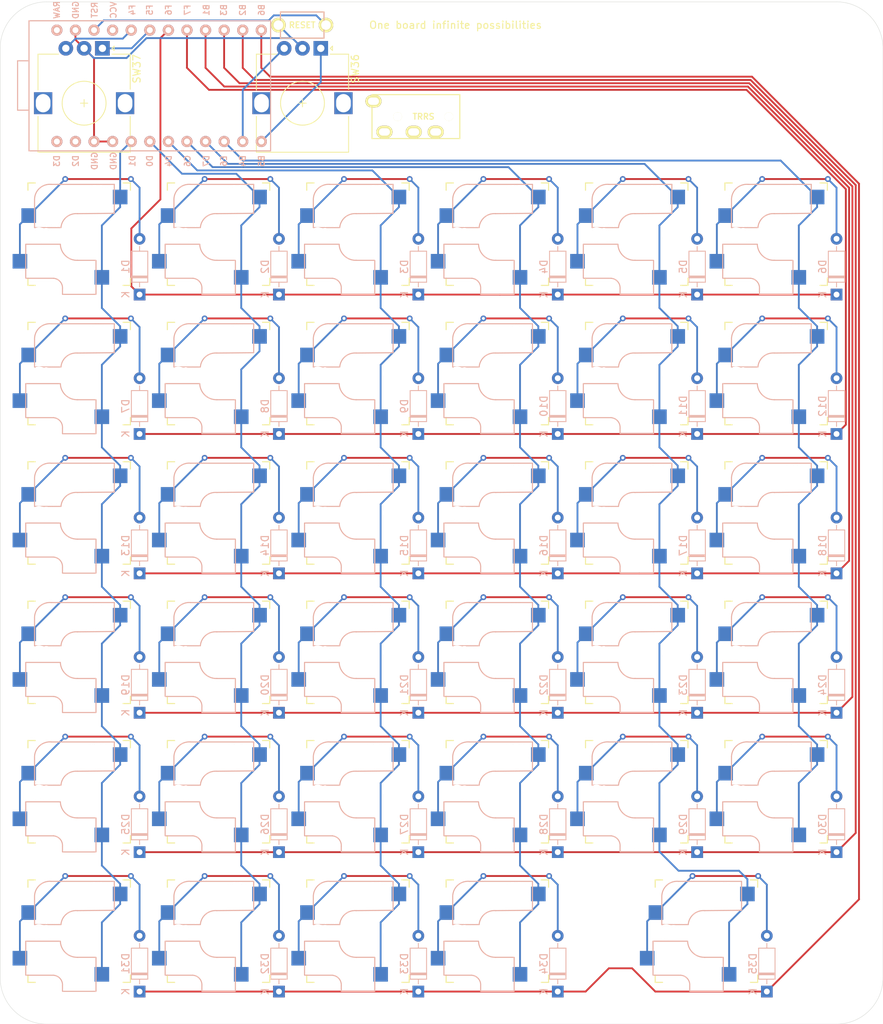
<source format=kicad_pcb>
(kicad_pcb (version 20171130) (host pcbnew "(5.1.10)-1")
  (layers (0 F.Cu signal) (31 B.Cu signal) (34 B.Paste user) (35 F.Paste user) (36 B.SilkS user) (37 F.SilkS user) (38 B.Mask user) (39 F.Mask user) (44 Edge.Cuts user))
  (net 0 "")
  (net 1 "Net-(D1-Pad2)")
  (net 2 row1)
  (net 3 "Net-(D2-Pad2)")
  (net 4 "Net-(D3-Pad2)")
  (net 5 "Net-(D4-Pad2)")
  (net 6 "Net-(D5-Pad2)")
  (net 7 "Net-(D6-Pad2)")
  (net 8 row2)
  (net 9 "Net-(D7-Pad2)")
  (net 10 "Net-(D8-Pad2)")
  (net 11 "Net-(D9-Pad2)")
  (net 12 "Net-(D10-Pad2)")
  (net 13 "Net-(D11-Pad2)")
  (net 14 "Net-(D12-Pad2)")
  (net 15 row3)
  (net 16 "Net-(D13-Pad2)")
  (net 17 "Net-(D14-Pad2)")
  (net 18 "Net-(D15-Pad2)")
  (net 19 "Net-(D16-Pad2)")
  (net 20 "Net-(D17-Pad2)")
  (net 21 "Net-(D18-Pad2)")
  (net 22 row4)
  (net 23 "Net-(D19-Pad2)")
  (net 24 "Net-(D20-Pad2)")
  (net 25 "Net-(D21-Pad2)")
  (net 26 "Net-(D22-Pad2)")
  (net 27 "Net-(D23-Pad2)")
  (net 28 "Net-(D24-Pad2)")
  (net 29 "Net-(D25-Pad2)")
  (net 30 row5)
  (net 31 "Net-(D26-Pad2)")
  (net 32 "Net-(D27-Pad2)")
  (net 33 "Net-(D28-Pad2)")
  (net 34 "Net-(D29-Pad2)")
  (net 35 "Net-(D30-Pad2)")
  (net 36 "Net-(D31-Pad2)")
  (net 37 row6)
  (net 38 "Net-(D32-Pad2)")
  (net 39 "Net-(D33-Pad2)")
  (net 40 "Net-(D34-Pad2)")
  (net 41 "Net-(D35-Pad2)")
  (net 42 col1)
  (net 43 col2)
  (net 44 col3)
  (net 45 col4)
  (net 46 col5)
  (net 47 col6)
  (net 48 rot1)
  (net 49 GND)
  (net 50 rot2)
  (net 51 rot4)
  (net 52 rot3)
  (net 53 reset)
  (net 54 "Net-(U1-Pad24)")
  (net 55 VCC)
  (net 56 data)
  (net 57 "Net-(U1-Pad1)")
  (module footprint:MJ-4PP-9 (layer F.Cu) (at 98.375 48.7 270)
    (fp_text reference J1)
    (fp_text value AudioJack4 hide)
    (fp_text user TRRS (at 0 4.96095) (layer F.SilkS) (effects (font (size 0.8 0.8))))
    (pad A thru_hole oval (at -2.1 11.8 270) (size 1.7 2.2) (drill oval 1 1.5) (layers *.Cu *.Mask F.SilkS) (clearance 0.15))
    (pad D thru_hole oval (at 2.1 10.3 270) (size 1.7 2.2) (drill oval 1 1.5) (layers *.Cu *.Mask F.SilkS) (clearance 0.15))
    (pad C thru_hole oval (at 2.1 6.3 270) (size 1.7 2.2) (drill oval 1 1.5) (layers *.Cu *.Mask F.SilkS) (clearance 0.15))
    (pad B thru_hole oval (at 2.1 3.3 270) (size 1.7 2.2) (drill oval 1 1.5) (layers *.Cu *.Mask F.SilkS) (clearance 0.15))
    (pad "" np_thru_hole circle (at 0 8.5 270) (size 1.2 1.2) (drill 1.2) (layers *.Cu *.Mask F.SilkS))
    (pad "" np_thru_hole circle (at 0 1.5 270) (size 1.2 1.2) (drill 1.2) (layers *.Cu *.Mask F.SilkS))
  )
  (module footprint:ProMicro (layer B.Cu) (at 57.785 44.45 270)
    (fp_text reference U1 hide)
    (fp_text value ProMicro hide)
    (fp_text user RAW (at -10.318776 14.485974 270) (layer B.SilkS) (effects (font (size 0.8 0.8)) (justify mirror)))
    (fp_text user "" (at -1.2065 16.256 270) (layer F.SilkS))
    (fp_text user "" (at -0.5 17.25 270) (layer B.SilkS) (effects (justify mirror)))
    (fp_text user GND (at -10.318776 11.90628 270) (layer B.SilkS) (effects (font (size 0.8 0.8)) (justify mirror)))
    (fp_text user RST (at -10.318776 9.326586 270) (layer B.SilkS) (effects (font (size 0.8 0.8)) (justify mirror)))
    (fp_text user VCC (at -10.318776 6.746892 270) (layer B.SilkS) (effects (font (size 0.8 0.8)) (justify mirror)))
    (fp_text user F4 (at -10.318776 4.167198 270) (layer B.SilkS) (effects (font (size 0.8 0.8)) (justify mirror)))
    (fp_text user F5 (at -10.318776 1.785942 270) (layer B.SilkS) (effects (font (size 0.8 0.8)) (justify mirror)))
    (fp_text user F6 (at -10.318776 -0.793752 270) (layer B.SilkS) (effects (font (size 0.8 0.8)) (justify mirror)))
    (fp_text user F7 (at -10.318776 -3.373446 270) (layer B.SilkS) (effects (font (size 0.8 0.8)) (justify mirror)))
    (fp_text user B1 (at -10.318776 -5.95314 270) (layer B.SilkS) (effects (font (size 0.8 0.8)) (justify mirror)))
    (fp_text user B3 (at -10.318776 -8.334396 270) (layer B.SilkS) (effects (font (size 0.8 0.8)) (justify mirror)))
    (fp_text user B2 (at -10.318776 -10.91409 270) (layer B.SilkS) (effects (font (size 0.8 0.8)) (justify mirror)))
    (fp_text user B6 (at -10.318776 -13.493784 270) (layer B.SilkS) (effects (font (size 0.8 0.8)) (justify mirror)))
    (fp_text user GND (at 10.318776 9.326586 270) (layer B.SilkS) (effects (font (size 0.8 0.8)) (justify mirror)))
    (fp_text user GND (at 10.318776 6.746892 270) (layer B.SilkS) (effects (font (size 0.8 0.8)) (justify mirror)))
    (fp_text user D2 (at 10.318776 11.90628 270) (layer B.SilkS) (effects (font (size 0.8 0.8)) (justify mirror)))
    (fp_text user D3 (at 10.318776 14.485974 270) (layer B.SilkS) (effects (font (size 0.8 0.8)) (justify mirror)))
    (fp_text user D1 (at 10.318776 4.167198 270) (layer B.SilkS) (effects (font (size 0.8 0.8)) (justify mirror)))
    (fp_text user D0 (at 10.318776 1.785942 270) (layer B.SilkS) (effects (font (size 0.8 0.8)) (justify mirror)))
    (fp_text user D4 (at 10.318776 -0.793752 270) (layer B.SilkS) (effects (font (size 0.8 0.8)) (justify mirror)))
    (fp_text user C6 (at 10.318776 -3.373446 270) (layer B.SilkS) (effects (font (size 0.8 0.8)) (justify mirror)))
    (fp_text user D7 (at 10.318776 -5.95314 270) (layer B.SilkS) (effects (font (size 0.8 0.8)) (justify mirror)))
    (fp_text user E6 (at 10.318776 -8.334396 270) (layer B.SilkS) (effects (font (size 0.8 0.8)) (justify mirror)))
    (fp_text user B4 (at 10.318776 -10.91409 270) (layer B.SilkS) (effects (font (size 0.8 0.8)) (justify mirror)))
    (fp_text user B5 (at 10.318776 -13.493784 270) (layer B.SilkS) (effects (font (size 0.8 0.8)) (justify mirror)))
    (pad 24 thru_hole circle (at -7.5636 14.478 270) (size 1.524 1.524) (drill 0.8128) (layers *.Cu *.Mask B.SilkS) (net 54 "Net-(U1-Pad24)"))
    (pad 23 thru_hole circle (at -7.5636 11.938 270) (size 1.524 1.524) (drill 0.8128) (layers *.Cu *.Mask B.SilkS) (net 49 GND))
    (pad 22 thru_hole circle (at -7.5636 9.398 270) (size 1.524 1.524) (drill 0.8128) (layers *.Cu *.Mask B.SilkS) (net 53 reset))
    (pad 21 thru_hole circle (at -7.5636 6.858 270) (size 1.524 1.524) (drill 0.8128) (layers *.Cu *.Mask B.SilkS) (net 55 VCC))
    (pad 20 thru_hole circle (at -7.5636 4.318 270) (size 1.524 1.524) (drill 0.8128) (layers *.Cu *.Mask B.SilkS) (net 52 rot3))
    (pad 19 thru_hole circle (at -7.5636 1.778 270) (size 1.524 1.524) (drill 0.8128) (layers *.Cu *.Mask B.SilkS) (net 51 rot4))
    (pad 18 thru_hole circle (at -7.5636 -0.762 270) (size 1.524 1.524) (drill 0.8128) (layers *.Cu *.Mask B.SilkS) (net 2 row1))
    (pad 17 thru_hole circle (at -7.5636 -3.302 270) (size 1.524 1.524) (drill 0.8128) (layers *.Cu *.Mask B.SilkS) (net 8 row2))
    (pad 16 thru_hole circle (at -7.5636 -5.842 270) (size 1.524 1.524) (drill 0.8128) (layers *.Cu *.Mask B.SilkS) (net 15 row3))
    (pad 15 thru_hole circle (at -7.5636 -8.382 270) (size 1.524 1.524) (drill 0.8128) (layers *.Cu *.Mask B.SilkS) (net 22 row4))
    (pad 14 thru_hole circle (at -7.5636 -10.922 270) (size 1.524 1.524) (drill 0.8128) (layers *.Cu *.Mask B.SilkS) (net 30 row5))
    (pad 13 thru_hole circle (at -7.5636 -13.462 270) (size 1.524 1.524) (drill 0.8128) (layers *.Cu *.Mask B.SilkS) (net 37 row6))
    (pad 12 thru_hole circle (at 7.6564 -13.462 270) (size 1.524 1.524) (drill 0.8128) (layers *.Cu *.Mask B.SilkS) (net 50 rot2))
    (pad 11 thru_hole circle (at 7.6564 -10.922 270) (size 1.524 1.524) (drill 0.8128) (layers *.Cu *.Mask B.SilkS) (net 48 rot1))
    (pad 10 thru_hole circle (at 7.6564 -8.382 270) (size 1.524 1.524) (drill 0.8128) (layers *.Cu *.Mask B.SilkS) (net 47 col6))
    (pad 9 thru_hole circle (at 7.6564 -5.842 270) (size 1.524 1.524) (drill 0.8128) (layers *.Cu *.Mask B.SilkS) (net 46 col5))
    (pad 8 thru_hole circle (at 7.6564 -3.302 270) (size 1.524 1.524) (drill 0.8128) (layers *.Cu *.Mask B.SilkS) (net 45 col4))
    (pad 7 thru_hole circle (at 7.6564 -0.762 270) (size 1.524 1.524) (drill 0.8128) (layers *.Cu *.Mask B.SilkS) (net 44 col3))
    (pad 6 thru_hole circle (at 7.6564 1.778 270) (size 1.524 1.524) (drill 0.8128) (layers *.Cu *.Mask B.SilkS) (net 43 col2))
    (pad 5 thru_hole circle (at 7.6564 4.318 270) (size 1.524 1.524) (drill 0.8128) (layers *.Cu *.Mask B.SilkS) (net 42 col1))
    (pad 4 thru_hole circle (at 7.6564 6.858 270) (size 1.524 1.524) (drill 0.8128) (layers *.Cu *.Mask B.SilkS) (net 49 GND))
    (pad 3 thru_hole circle (at 7.6564 9.398 270) (size 1.524 1.524) (drill 0.8128) (layers *.Cu *.Mask B.SilkS) (net 49 GND))
    (pad 2 thru_hole circle (at 7.6564 11.938 270) (size 1.524 1.524) (drill 0.8128) (layers *.Cu *.Mask B.SilkS) (net 56 data))
    (pad 1 thru_hole circle (at 7.6564 14.478 270) (size 1.524 1.524) (drill 0.8128) (layers *.Cu *.Mask B.SilkS) (net 57 "Net-(U1-Pad1)"))
  )
  (module footprint:CherryMX_Choc_Hotswap_rev1 (layer F.Cu) (at 132.08 160.02)
    (fp_text reference SW35 hide)
    (fp_text value SW_Push hide)
    (pad 2 smd rect (at 5.6 -5.08 180) (size 2 2) (layers B.Cu B.Paste B.Mask) (net 46 col5))
    (pad "" np_thru_hole circle (at -3.81 -2.54 180) (size 3 3) (drill 3) (layers *.Cu *.Mask))
    (pad "" np_thru_hole circle (at -5.08 0) (size 1.7 1.7) (drill 1.7) (layers *.Cu *.Mask))
    (pad "" np_thru_hole circle (at 5.08 0) (size 1.7 1.7) (drill 1.7) (layers *.Cu *.Mask))
    (pad "" np_thru_hole circle (at 5.5 0 90) (size 1.9 1.9) (drill 1.9) (layers *.Cu *.Mask))
    (pad "" np_thru_hole circle (at -5.5 0 90) (size 1.9 1.9) (drill 1.9) (layers *.Cu *.Mask))
    (pad "" np_thru_hole circle (at 0 0 90) (size 4.1 4.1) (drill 4.1) (layers *.Cu *.Mask))
    (pad "" np_thru_hole circle (at 2.54 -5.08 180) (size 3 3) (drill 3) (layers *.Cu *.Mask))
    (pad 1 smd rect (at -6.9 -2.54 180) (size 2 2) (layers B.Cu B.Paste B.Mask) (net 41 "Net-(D35-Pad2)"))
    (pad "" np_thru_hole circle (at 0 5.9 90) (size 3 3) (drill 3) (layers *.Cu *.Mask))
    (pad "" np_thru_hole circle (at -5 3.7 90) (size 3 3) (drill 3) (layers *.Cu *.Mask))
    (pad 2 smd rect (at 3.1 5.9 180) (size 2 2) (layers B.Cu B.Paste B.Mask) (net 46 col5))
    (pad 1 smd rect (at -8.1 3.7 180) (size 2 2) (layers B.Cu B.Paste B.Mask) (net 41 "Net-(D35-Pad2)"))
    (pad "" np_thru_hole circle (at -4.5 0) (size 1.7 1.7) (drill 1.7) (layers *.Cu *.Mask))
    (pad "" np_thru_hole circle (at 4.5 0) (size 1.7 1.7) (drill 1.7) (layers *.Cu *.Mask))
  )
  (module footprint:CherryMX_Choc_Hotswap_rev1 (layer F.Cu) (at 103.505 160.02)
    (fp_text reference SW34 hide)
    (fp_text value SW_Push hide)
    (pad 2 smd rect (at 5.6 -5.08 180) (size 2 2) (layers B.Cu B.Paste B.Mask) (net 45 col4))
    (pad "" np_thru_hole circle (at -3.81 -2.54 180) (size 3 3) (drill 3) (layers *.Cu *.Mask))
    (pad "" np_thru_hole circle (at -5.08 0) (size 1.7 1.7) (drill 1.7) (layers *.Cu *.Mask))
    (pad "" np_thru_hole circle (at 5.08 0) (size 1.7 1.7) (drill 1.7) (layers *.Cu *.Mask))
    (pad "" np_thru_hole circle (at 5.5 0 90) (size 1.9 1.9) (drill 1.9) (layers *.Cu *.Mask))
    (pad "" np_thru_hole circle (at -5.5 0 90) (size 1.9 1.9) (drill 1.9) (layers *.Cu *.Mask))
    (pad "" np_thru_hole circle (at 0 0 90) (size 4.1 4.1) (drill 4.1) (layers *.Cu *.Mask))
    (pad "" np_thru_hole circle (at 2.54 -5.08 180) (size 3 3) (drill 3) (layers *.Cu *.Mask))
    (pad 1 smd rect (at -6.9 -2.54 180) (size 2 2) (layers B.Cu B.Paste B.Mask) (net 40 "Net-(D34-Pad2)"))
    (pad "" np_thru_hole circle (at 0 5.9 90) (size 3 3) (drill 3) (layers *.Cu *.Mask))
    (pad "" np_thru_hole circle (at -5 3.7 90) (size 3 3) (drill 3) (layers *.Cu *.Mask))
    (pad 2 smd rect (at 3.1 5.9 180) (size 2 2) (layers B.Cu B.Paste B.Mask) (net 45 col4))
    (pad 1 smd rect (at -8.1 3.7 180) (size 2 2) (layers B.Cu B.Paste B.Mask) (net 40 "Net-(D34-Pad2)"))
    (pad "" np_thru_hole circle (at -4.5 0) (size 1.7 1.7) (drill 1.7) (layers *.Cu *.Mask))
    (pad "" np_thru_hole circle (at 4.5 0) (size 1.7 1.7) (drill 1.7) (layers *.Cu *.Mask))
  )
  (module footprint:CherryMX_Choc_Hotswap_rev1 (layer F.Cu) (at 84.455 160.02)
    (fp_text reference SW33 hide)
    (fp_text value SW_Push hide)
    (pad 2 smd rect (at 5.6 -5.08 180) (size 2 2) (layers B.Cu B.Paste B.Mask) (net 44 col3))
    (pad "" np_thru_hole circle (at -3.81 -2.54 180) (size 3 3) (drill 3) (layers *.Cu *.Mask))
    (pad "" np_thru_hole circle (at -5.08 0) (size 1.7 1.7) (drill 1.7) (layers *.Cu *.Mask))
    (pad "" np_thru_hole circle (at 5.08 0) (size 1.7 1.7) (drill 1.7) (layers *.Cu *.Mask))
    (pad "" np_thru_hole circle (at 5.5 0 90) (size 1.9 1.9) (drill 1.9) (layers *.Cu *.Mask))
    (pad "" np_thru_hole circle (at -5.5 0 90) (size 1.9 1.9) (drill 1.9) (layers *.Cu *.Mask))
    (pad "" np_thru_hole circle (at 0 0 90) (size 4.1 4.1) (drill 4.1) (layers *.Cu *.Mask))
    (pad "" np_thru_hole circle (at 2.54 -5.08 180) (size 3 3) (drill 3) (layers *.Cu *.Mask))
    (pad 1 smd rect (at -6.9 -2.54 180) (size 2 2) (layers B.Cu B.Paste B.Mask) (net 39 "Net-(D33-Pad2)"))
    (pad "" np_thru_hole circle (at 0 5.9 90) (size 3 3) (drill 3) (layers *.Cu *.Mask))
    (pad "" np_thru_hole circle (at -5 3.7 90) (size 3 3) (drill 3) (layers *.Cu *.Mask))
    (pad 2 smd rect (at 3.1 5.9 180) (size 2 2) (layers B.Cu B.Paste B.Mask) (net 44 col3))
    (pad 1 smd rect (at -8.1 3.7 180) (size 2 2) (layers B.Cu B.Paste B.Mask) (net 39 "Net-(D33-Pad2)"))
    (pad "" np_thru_hole circle (at -4.5 0) (size 1.7 1.7) (drill 1.7) (layers *.Cu *.Mask))
    (pad "" np_thru_hole circle (at 4.5 0) (size 1.7 1.7) (drill 1.7) (layers *.Cu *.Mask))
  )
  (module footprint:CherryMX_Choc_Hotswap_rev1 (layer F.Cu) (at 65.405 160.02)
    (fp_text reference SW32 hide)
    (fp_text value SW_Push hide)
    (pad 2 smd rect (at 5.6 -5.08 180) (size 2 2) (layers B.Cu B.Paste B.Mask) (net 43 col2))
    (pad "" np_thru_hole circle (at -3.81 -2.54 180) (size 3 3) (drill 3) (layers *.Cu *.Mask))
    (pad "" np_thru_hole circle (at -5.08 0) (size 1.7 1.7) (drill 1.7) (layers *.Cu *.Mask))
    (pad "" np_thru_hole circle (at 5.08 0) (size 1.7 1.7) (drill 1.7) (layers *.Cu *.Mask))
    (pad "" np_thru_hole circle (at 5.5 0 90) (size 1.9 1.9) (drill 1.9) (layers *.Cu *.Mask))
    (pad "" np_thru_hole circle (at -5.5 0 90) (size 1.9 1.9) (drill 1.9) (layers *.Cu *.Mask))
    (pad "" np_thru_hole circle (at 0 0 90) (size 4.1 4.1) (drill 4.1) (layers *.Cu *.Mask))
    (pad "" np_thru_hole circle (at 2.54 -5.08 180) (size 3 3) (drill 3) (layers *.Cu *.Mask))
    (pad 1 smd rect (at -6.9 -2.54 180) (size 2 2) (layers B.Cu B.Paste B.Mask) (net 38 "Net-(D32-Pad2)"))
    (pad "" np_thru_hole circle (at 0 5.9 90) (size 3 3) (drill 3) (layers *.Cu *.Mask))
    (pad "" np_thru_hole circle (at -5 3.7 90) (size 3 3) (drill 3) (layers *.Cu *.Mask))
    (pad 2 smd rect (at 3.1 5.9 180) (size 2 2) (layers B.Cu B.Paste B.Mask) (net 43 col2))
    (pad 1 smd rect (at -8.1 3.7 180) (size 2 2) (layers B.Cu B.Paste B.Mask) (net 38 "Net-(D32-Pad2)"))
    (pad "" np_thru_hole circle (at -4.5 0) (size 1.7 1.7) (drill 1.7) (layers *.Cu *.Mask))
    (pad "" np_thru_hole circle (at 4.5 0) (size 1.7 1.7) (drill 1.7) (layers *.Cu *.Mask))
  )
  (module footprint:CherryMX_Choc_Hotswap_rev1 (layer F.Cu) (at 46.355 160.02)
    (fp_text reference SW31 hide)
    (fp_text value SW_Push hide)
    (pad 2 smd rect (at 5.6 -5.08 180) (size 2 2) (layers B.Cu B.Paste B.Mask) (net 42 col1))
    (pad "" np_thru_hole circle (at -3.81 -2.54 180) (size 3 3) (drill 3) (layers *.Cu *.Mask))
    (pad "" np_thru_hole circle (at -5.08 0) (size 1.7 1.7) (drill 1.7) (layers *.Cu *.Mask))
    (pad "" np_thru_hole circle (at 5.08 0) (size 1.7 1.7) (drill 1.7) (layers *.Cu *.Mask))
    (pad "" np_thru_hole circle (at 5.5 0 90) (size 1.9 1.9) (drill 1.9) (layers *.Cu *.Mask))
    (pad "" np_thru_hole circle (at -5.5 0 90) (size 1.9 1.9) (drill 1.9) (layers *.Cu *.Mask))
    (pad "" np_thru_hole circle (at 0 0 90) (size 4.1 4.1) (drill 4.1) (layers *.Cu *.Mask))
    (pad "" np_thru_hole circle (at 2.54 -5.08 180) (size 3 3) (drill 3) (layers *.Cu *.Mask))
    (pad 1 smd rect (at -6.9 -2.54 180) (size 2 2) (layers B.Cu B.Paste B.Mask) (net 36 "Net-(D31-Pad2)"))
    (pad "" np_thru_hole circle (at 0 5.9 90) (size 3 3) (drill 3) (layers *.Cu *.Mask))
    (pad "" np_thru_hole circle (at -5 3.7 90) (size 3 3) (drill 3) (layers *.Cu *.Mask))
    (pad 2 smd rect (at 3.1 5.9 180) (size 2 2) (layers B.Cu B.Paste B.Mask) (net 42 col1))
    (pad 1 smd rect (at -8.1 3.7 180) (size 2 2) (layers B.Cu B.Paste B.Mask) (net 36 "Net-(D31-Pad2)"))
    (pad "" np_thru_hole circle (at -4.5 0) (size 1.7 1.7) (drill 1.7) (layers *.Cu *.Mask))
    (pad "" np_thru_hole circle (at 4.5 0) (size 1.7 1.7) (drill 1.7) (layers *.Cu *.Mask))
  )
  (module footprint:CherryMX_Choc_Hotswap_rev1 (layer F.Cu) (at 141.605 140.97)
    (fp_text reference SW30 hide)
    (fp_text value SW_Push hide)
    (pad 2 smd rect (at 5.6 -5.08 180) (size 2 2) (layers B.Cu B.Paste B.Mask) (net 47 col6))
    (pad "" np_thru_hole circle (at -3.81 -2.54 180) (size 3 3) (drill 3) (layers *.Cu *.Mask))
    (pad "" np_thru_hole circle (at -5.08 0) (size 1.7 1.7) (drill 1.7) (layers *.Cu *.Mask))
    (pad "" np_thru_hole circle (at 5.08 0) (size 1.7 1.7) (drill 1.7) (layers *.Cu *.Mask))
    (pad "" np_thru_hole circle (at 5.5 0 90) (size 1.9 1.9) (drill 1.9) (layers *.Cu *.Mask))
    (pad "" np_thru_hole circle (at -5.5 0 90) (size 1.9 1.9) (drill 1.9) (layers *.Cu *.Mask))
    (pad "" np_thru_hole circle (at 0 0 90) (size 4.1 4.1) (drill 4.1) (layers *.Cu *.Mask))
    (pad "" np_thru_hole circle (at 2.54 -5.08 180) (size 3 3) (drill 3) (layers *.Cu *.Mask))
    (pad 1 smd rect (at -6.9 -2.54 180) (size 2 2) (layers B.Cu B.Paste B.Mask) (net 35 "Net-(D30-Pad2)"))
    (pad "" np_thru_hole circle (at 0 5.9 90) (size 3 3) (drill 3) (layers *.Cu *.Mask))
    (pad "" np_thru_hole circle (at -5 3.7 90) (size 3 3) (drill 3) (layers *.Cu *.Mask))
    (pad 2 smd rect (at 3.1 5.9 180) (size 2 2) (layers B.Cu B.Paste B.Mask) (net 47 col6))
    (pad 1 smd rect (at -8.1 3.7 180) (size 2 2) (layers B.Cu B.Paste B.Mask) (net 35 "Net-(D30-Pad2)"))
    (pad "" np_thru_hole circle (at -4.5 0) (size 1.7 1.7) (drill 1.7) (layers *.Cu *.Mask))
    (pad "" np_thru_hole circle (at 4.5 0) (size 1.7 1.7) (drill 1.7) (layers *.Cu *.Mask))
  )
  (module footprint:CherryMX_Choc_Hotswap_rev1 (layer F.Cu) (at 122.555 140.97)
    (fp_text reference SW29 hide)
    (fp_text value SW_Push hide)
    (pad 2 smd rect (at 5.6 -5.08 180) (size 2 2) (layers B.Cu B.Paste B.Mask) (net 46 col5))
    (pad "" np_thru_hole circle (at -3.81 -2.54 180) (size 3 3) (drill 3) (layers *.Cu *.Mask))
    (pad "" np_thru_hole circle (at -5.08 0) (size 1.7 1.7) (drill 1.7) (layers *.Cu *.Mask))
    (pad "" np_thru_hole circle (at 5.08 0) (size 1.7 1.7) (drill 1.7) (layers *.Cu *.Mask))
    (pad "" np_thru_hole circle (at 5.5 0 90) (size 1.9 1.9) (drill 1.9) (layers *.Cu *.Mask))
    (pad "" np_thru_hole circle (at -5.5 0 90) (size 1.9 1.9) (drill 1.9) (layers *.Cu *.Mask))
    (pad "" np_thru_hole circle (at 0 0 90) (size 4.1 4.1) (drill 4.1) (layers *.Cu *.Mask))
    (pad "" np_thru_hole circle (at 2.54 -5.08 180) (size 3 3) (drill 3) (layers *.Cu *.Mask))
    (pad 1 smd rect (at -6.9 -2.54 180) (size 2 2) (layers B.Cu B.Paste B.Mask) (net 34 "Net-(D29-Pad2)"))
    (pad "" np_thru_hole circle (at 0 5.9 90) (size 3 3) (drill 3) (layers *.Cu *.Mask))
    (pad "" np_thru_hole circle (at -5 3.7 90) (size 3 3) (drill 3) (layers *.Cu *.Mask))
    (pad 2 smd rect (at 3.1 5.9 180) (size 2 2) (layers B.Cu B.Paste B.Mask) (net 46 col5))
    (pad 1 smd rect (at -8.1 3.7 180) (size 2 2) (layers B.Cu B.Paste B.Mask) (net 34 "Net-(D29-Pad2)"))
    (pad "" np_thru_hole circle (at -4.5 0) (size 1.7 1.7) (drill 1.7) (layers *.Cu *.Mask))
    (pad "" np_thru_hole circle (at 4.5 0) (size 1.7 1.7) (drill 1.7) (layers *.Cu *.Mask))
  )
  (module footprint:CherryMX_Choc_Hotswap_rev1 (layer F.Cu) (at 103.505 140.97)
    (fp_text reference SW28 hide)
    (fp_text value SW_Push hide)
    (pad 2 smd rect (at 5.6 -5.08 180) (size 2 2) (layers B.Cu B.Paste B.Mask) (net 45 col4))
    (pad "" np_thru_hole circle (at -3.81 -2.54 180) (size 3 3) (drill 3) (layers *.Cu *.Mask))
    (pad "" np_thru_hole circle (at -5.08 0) (size 1.7 1.7) (drill 1.7) (layers *.Cu *.Mask))
    (pad "" np_thru_hole circle (at 5.08 0) (size 1.7 1.7) (drill 1.7) (layers *.Cu *.Mask))
    (pad "" np_thru_hole circle (at 5.5 0 90) (size 1.9 1.9) (drill 1.9) (layers *.Cu *.Mask))
    (pad "" np_thru_hole circle (at -5.5 0 90) (size 1.9 1.9) (drill 1.9) (layers *.Cu *.Mask))
    (pad "" np_thru_hole circle (at 0 0 90) (size 4.1 4.1) (drill 4.1) (layers *.Cu *.Mask))
    (pad "" np_thru_hole circle (at 2.54 -5.08 180) (size 3 3) (drill 3) (layers *.Cu *.Mask))
    (pad 1 smd rect (at -6.9 -2.54 180) (size 2 2) (layers B.Cu B.Paste B.Mask) (net 33 "Net-(D28-Pad2)"))
    (pad "" np_thru_hole circle (at 0 5.9 90) (size 3 3) (drill 3) (layers *.Cu *.Mask))
    (pad "" np_thru_hole circle (at -5 3.7 90) (size 3 3) (drill 3) (layers *.Cu *.Mask))
    (pad 2 smd rect (at 3.1 5.9 180) (size 2 2) (layers B.Cu B.Paste B.Mask) (net 45 col4))
    (pad 1 smd rect (at -8.1 3.7 180) (size 2 2) (layers B.Cu B.Paste B.Mask) (net 33 "Net-(D28-Pad2)"))
    (pad "" np_thru_hole circle (at -4.5 0) (size 1.7 1.7) (drill 1.7) (layers *.Cu *.Mask))
    (pad "" np_thru_hole circle (at 4.5 0) (size 1.7 1.7) (drill 1.7) (layers *.Cu *.Mask))
  )
  (module footprint:CherryMX_Choc_Hotswap_rev1 (layer F.Cu) (at 84.455 140.97)
    (fp_text reference SW27 hide)
    (fp_text value SW_Push hide)
    (pad 2 smd rect (at 5.6 -5.08 180) (size 2 2) (layers B.Cu B.Paste B.Mask) (net 44 col3))
    (pad "" np_thru_hole circle (at -3.81 -2.54 180) (size 3 3) (drill 3) (layers *.Cu *.Mask))
    (pad "" np_thru_hole circle (at -5.08 0) (size 1.7 1.7) (drill 1.7) (layers *.Cu *.Mask))
    (pad "" np_thru_hole circle (at 5.08 0) (size 1.7 1.7) (drill 1.7) (layers *.Cu *.Mask))
    (pad "" np_thru_hole circle (at 5.5 0 90) (size 1.9 1.9) (drill 1.9) (layers *.Cu *.Mask))
    (pad "" np_thru_hole circle (at -5.5 0 90) (size 1.9 1.9) (drill 1.9) (layers *.Cu *.Mask))
    (pad "" np_thru_hole circle (at 0 0 90) (size 4.1 4.1) (drill 4.1) (layers *.Cu *.Mask))
    (pad "" np_thru_hole circle (at 2.54 -5.08 180) (size 3 3) (drill 3) (layers *.Cu *.Mask))
    (pad 1 smd rect (at -6.9 -2.54 180) (size 2 2) (layers B.Cu B.Paste B.Mask) (net 32 "Net-(D27-Pad2)"))
    (pad "" np_thru_hole circle (at 0 5.9 90) (size 3 3) (drill 3) (layers *.Cu *.Mask))
    (pad "" np_thru_hole circle (at -5 3.7 90) (size 3 3) (drill 3) (layers *.Cu *.Mask))
    (pad 2 smd rect (at 3.1 5.9 180) (size 2 2) (layers B.Cu B.Paste B.Mask) (net 44 col3))
    (pad 1 smd rect (at -8.1 3.7 180) (size 2 2) (layers B.Cu B.Paste B.Mask) (net 32 "Net-(D27-Pad2)"))
    (pad "" np_thru_hole circle (at -4.5 0) (size 1.7 1.7) (drill 1.7) (layers *.Cu *.Mask))
    (pad "" np_thru_hole circle (at 4.5 0) (size 1.7 1.7) (drill 1.7) (layers *.Cu *.Mask))
  )
  (module footprint:CherryMX_Choc_Hotswap_rev1 (layer F.Cu) (at 65.405 140.97)
    (fp_text reference SW26 hide)
    (fp_text value SW_Push hide)
    (pad 2 smd rect (at 5.6 -5.08 180) (size 2 2) (layers B.Cu B.Paste B.Mask) (net 43 col2))
    (pad "" np_thru_hole circle (at -3.81 -2.54 180) (size 3 3) (drill 3) (layers *.Cu *.Mask))
    (pad "" np_thru_hole circle (at -5.08 0) (size 1.7 1.7) (drill 1.7) (layers *.Cu *.Mask))
    (pad "" np_thru_hole circle (at 5.08 0) (size 1.7 1.7) (drill 1.7) (layers *.Cu *.Mask))
    (pad "" np_thru_hole circle (at 5.5 0 90) (size 1.9 1.9) (drill 1.9) (layers *.Cu *.Mask))
    (pad "" np_thru_hole circle (at -5.5 0 90) (size 1.9 1.9) (drill 1.9) (layers *.Cu *.Mask))
    (pad "" np_thru_hole circle (at 0 0 90) (size 4.1 4.1) (drill 4.1) (layers *.Cu *.Mask))
    (pad "" np_thru_hole circle (at 2.54 -5.08 180) (size 3 3) (drill 3) (layers *.Cu *.Mask))
    (pad 1 smd rect (at -6.9 -2.54 180) (size 2 2) (layers B.Cu B.Paste B.Mask) (net 31 "Net-(D26-Pad2)"))
    (pad "" np_thru_hole circle (at 0 5.9 90) (size 3 3) (drill 3) (layers *.Cu *.Mask))
    (pad "" np_thru_hole circle (at -5 3.7 90) (size 3 3) (drill 3) (layers *.Cu *.Mask))
    (pad 2 smd rect (at 3.1 5.9 180) (size 2 2) (layers B.Cu B.Paste B.Mask) (net 43 col2))
    (pad 1 smd rect (at -8.1 3.7 180) (size 2 2) (layers B.Cu B.Paste B.Mask) (net 31 "Net-(D26-Pad2)"))
    (pad "" np_thru_hole circle (at -4.5 0) (size 1.7 1.7) (drill 1.7) (layers *.Cu *.Mask))
    (pad "" np_thru_hole circle (at 4.5 0) (size 1.7 1.7) (drill 1.7) (layers *.Cu *.Mask))
  )
  (module footprint:CherryMX_Choc_Hotswap_rev1 (layer F.Cu) (at 46.355 140.97)
    (fp_text reference SW25 hide)
    (fp_text value SW_Push hide)
    (pad 2 smd rect (at 5.6 -5.08 180) (size 2 2) (layers B.Cu B.Paste B.Mask) (net 42 col1))
    (pad "" np_thru_hole circle (at -3.81 -2.54 180) (size 3 3) (drill 3) (layers *.Cu *.Mask))
    (pad "" np_thru_hole circle (at -5.08 0) (size 1.7 1.7) (drill 1.7) (layers *.Cu *.Mask))
    (pad "" np_thru_hole circle (at 5.08 0) (size 1.7 1.7) (drill 1.7) (layers *.Cu *.Mask))
    (pad "" np_thru_hole circle (at 5.5 0 90) (size 1.9 1.9) (drill 1.9) (layers *.Cu *.Mask))
    (pad "" np_thru_hole circle (at -5.5 0 90) (size 1.9 1.9) (drill 1.9) (layers *.Cu *.Mask))
    (pad "" np_thru_hole circle (at 0 0 90) (size 4.1 4.1) (drill 4.1) (layers *.Cu *.Mask))
    (pad "" np_thru_hole circle (at 2.54 -5.08 180) (size 3 3) (drill 3) (layers *.Cu *.Mask))
    (pad 1 smd rect (at -6.9 -2.54 180) (size 2 2) (layers B.Cu B.Paste B.Mask) (net 29 "Net-(D25-Pad2)"))
    (pad "" np_thru_hole circle (at 0 5.9 90) (size 3 3) (drill 3) (layers *.Cu *.Mask))
    (pad "" np_thru_hole circle (at -5 3.7 90) (size 3 3) (drill 3) (layers *.Cu *.Mask))
    (pad 2 smd rect (at 3.1 5.9 180) (size 2 2) (layers B.Cu B.Paste B.Mask) (net 42 col1))
    (pad 1 smd rect (at -8.1 3.7 180) (size 2 2) (layers B.Cu B.Paste B.Mask) (net 29 "Net-(D25-Pad2)"))
    (pad "" np_thru_hole circle (at -4.5 0) (size 1.7 1.7) (drill 1.7) (layers *.Cu *.Mask))
    (pad "" np_thru_hole circle (at 4.5 0) (size 1.7 1.7) (drill 1.7) (layers *.Cu *.Mask))
  )
  (module footprint:CherryMX_Choc_Hotswap_rev1 (layer F.Cu) (at 141.605 121.92)
    (fp_text reference SW24 hide)
    (fp_text value SW_Push hide)
    (pad 2 smd rect (at 5.6 -5.08 180) (size 2 2) (layers B.Cu B.Paste B.Mask) (net 47 col6))
    (pad "" np_thru_hole circle (at -3.81 -2.54 180) (size 3 3) (drill 3) (layers *.Cu *.Mask))
    (pad "" np_thru_hole circle (at -5.08 0) (size 1.7 1.7) (drill 1.7) (layers *.Cu *.Mask))
    (pad "" np_thru_hole circle (at 5.08 0) (size 1.7 1.7) (drill 1.7) (layers *.Cu *.Mask))
    (pad "" np_thru_hole circle (at 5.5 0 90) (size 1.9 1.9) (drill 1.9) (layers *.Cu *.Mask))
    (pad "" np_thru_hole circle (at -5.5 0 90) (size 1.9 1.9) (drill 1.9) (layers *.Cu *.Mask))
    (pad "" np_thru_hole circle (at 0 0 90) (size 4.1 4.1) (drill 4.1) (layers *.Cu *.Mask))
    (pad "" np_thru_hole circle (at 2.54 -5.08 180) (size 3 3) (drill 3) (layers *.Cu *.Mask))
    (pad 1 smd rect (at -6.9 -2.54 180) (size 2 2) (layers B.Cu B.Paste B.Mask) (net 28 "Net-(D24-Pad2)"))
    (pad "" np_thru_hole circle (at 0 5.9 90) (size 3 3) (drill 3) (layers *.Cu *.Mask))
    (pad "" np_thru_hole circle (at -5 3.7 90) (size 3 3) (drill 3) (layers *.Cu *.Mask))
    (pad 2 smd rect (at 3.1 5.9 180) (size 2 2) (layers B.Cu B.Paste B.Mask) (net 47 col6))
    (pad 1 smd rect (at -8.1 3.7 180) (size 2 2) (layers B.Cu B.Paste B.Mask) (net 28 "Net-(D24-Pad2)"))
    (pad "" np_thru_hole circle (at -4.5 0) (size 1.7 1.7) (drill 1.7) (layers *.Cu *.Mask))
    (pad "" np_thru_hole circle (at 4.5 0) (size 1.7 1.7) (drill 1.7) (layers *.Cu *.Mask))
  )
  (module footprint:CherryMX_Choc_Hotswap_rev1 (layer F.Cu) (at 122.555 121.92)
    (fp_text reference SW23 hide)
    (fp_text value SW_Push hide)
    (pad 2 smd rect (at 5.6 -5.08 180) (size 2 2) (layers B.Cu B.Paste B.Mask) (net 46 col5))
    (pad "" np_thru_hole circle (at -3.81 -2.54 180) (size 3 3) (drill 3) (layers *.Cu *.Mask))
    (pad "" np_thru_hole circle (at -5.08 0) (size 1.7 1.7) (drill 1.7) (layers *.Cu *.Mask))
    (pad "" np_thru_hole circle (at 5.08 0) (size 1.7 1.7) (drill 1.7) (layers *.Cu *.Mask))
    (pad "" np_thru_hole circle (at 5.5 0 90) (size 1.9 1.9) (drill 1.9) (layers *.Cu *.Mask))
    (pad "" np_thru_hole circle (at -5.5 0 90) (size 1.9 1.9) (drill 1.9) (layers *.Cu *.Mask))
    (pad "" np_thru_hole circle (at 0 0 90) (size 4.1 4.1) (drill 4.1) (layers *.Cu *.Mask))
    (pad "" np_thru_hole circle (at 2.54 -5.08 180) (size 3 3) (drill 3) (layers *.Cu *.Mask))
    (pad 1 smd rect (at -6.9 -2.54 180) (size 2 2) (layers B.Cu B.Paste B.Mask) (net 27 "Net-(D23-Pad2)"))
    (pad "" np_thru_hole circle (at 0 5.9 90) (size 3 3) (drill 3) (layers *.Cu *.Mask))
    (pad "" np_thru_hole circle (at -5 3.7 90) (size 3 3) (drill 3) (layers *.Cu *.Mask))
    (pad 2 smd rect (at 3.1 5.9 180) (size 2 2) (layers B.Cu B.Paste B.Mask) (net 46 col5))
    (pad 1 smd rect (at -8.1 3.7 180) (size 2 2) (layers B.Cu B.Paste B.Mask) (net 27 "Net-(D23-Pad2)"))
    (pad "" np_thru_hole circle (at -4.5 0) (size 1.7 1.7) (drill 1.7) (layers *.Cu *.Mask))
    (pad "" np_thru_hole circle (at 4.5 0) (size 1.7 1.7) (drill 1.7) (layers *.Cu *.Mask))
  )
  (module footprint:CherryMX_Choc_Hotswap_rev1 (layer F.Cu) (at 103.505 121.92)
    (fp_text reference SW22 hide)
    (fp_text value SW_Push hide)
    (pad 2 smd rect (at 5.6 -5.08 180) (size 2 2) (layers B.Cu B.Paste B.Mask) (net 45 col4))
    (pad "" np_thru_hole circle (at -3.81 -2.54 180) (size 3 3) (drill 3) (layers *.Cu *.Mask))
    (pad "" np_thru_hole circle (at -5.08 0) (size 1.7 1.7) (drill 1.7) (layers *.Cu *.Mask))
    (pad "" np_thru_hole circle (at 5.08 0) (size 1.7 1.7) (drill 1.7) (layers *.Cu *.Mask))
    (pad "" np_thru_hole circle (at 5.5 0 90) (size 1.9 1.9) (drill 1.9) (layers *.Cu *.Mask))
    (pad "" np_thru_hole circle (at -5.5 0 90) (size 1.9 1.9) (drill 1.9) (layers *.Cu *.Mask))
    (pad "" np_thru_hole circle (at 0 0 90) (size 4.1 4.1) (drill 4.1) (layers *.Cu *.Mask))
    (pad "" np_thru_hole circle (at 2.54 -5.08 180) (size 3 3) (drill 3) (layers *.Cu *.Mask))
    (pad 1 smd rect (at -6.9 -2.54 180) (size 2 2) (layers B.Cu B.Paste B.Mask) (net 26 "Net-(D22-Pad2)"))
    (pad "" np_thru_hole circle (at 0 5.9 90) (size 3 3) (drill 3) (layers *.Cu *.Mask))
    (pad "" np_thru_hole circle (at -5 3.7 90) (size 3 3) (drill 3) (layers *.Cu *.Mask))
    (pad 2 smd rect (at 3.1 5.9 180) (size 2 2) (layers B.Cu B.Paste B.Mask) (net 45 col4))
    (pad 1 smd rect (at -8.1 3.7 180) (size 2 2) (layers B.Cu B.Paste B.Mask) (net 26 "Net-(D22-Pad2)"))
    (pad "" np_thru_hole circle (at -4.5 0) (size 1.7 1.7) (drill 1.7) (layers *.Cu *.Mask))
    (pad "" np_thru_hole circle (at 4.5 0) (size 1.7 1.7) (drill 1.7) (layers *.Cu *.Mask))
  )
  (module footprint:CherryMX_Choc_Hotswap_rev1 (layer F.Cu) (at 84.455 121.92)
    (fp_text reference SW21 hide)
    (fp_text value SW_Push hide)
    (pad 2 smd rect (at 5.6 -5.08 180) (size 2 2) (layers B.Cu B.Paste B.Mask) (net 44 col3))
    (pad "" np_thru_hole circle (at -3.81 -2.54 180) (size 3 3) (drill 3) (layers *.Cu *.Mask))
    (pad "" np_thru_hole circle (at -5.08 0) (size 1.7 1.7) (drill 1.7) (layers *.Cu *.Mask))
    (pad "" np_thru_hole circle (at 5.08 0) (size 1.7 1.7) (drill 1.7) (layers *.Cu *.Mask))
    (pad "" np_thru_hole circle (at 5.5 0 90) (size 1.9 1.9) (drill 1.9) (layers *.Cu *.Mask))
    (pad "" np_thru_hole circle (at -5.5 0 90) (size 1.9 1.9) (drill 1.9) (layers *.Cu *.Mask))
    (pad "" np_thru_hole circle (at 0 0 90) (size 4.1 4.1) (drill 4.1) (layers *.Cu *.Mask))
    (pad "" np_thru_hole circle (at 2.54 -5.08 180) (size 3 3) (drill 3) (layers *.Cu *.Mask))
    (pad 1 smd rect (at -6.9 -2.54 180) (size 2 2) (layers B.Cu B.Paste B.Mask) (net 25 "Net-(D21-Pad2)"))
    (pad "" np_thru_hole circle (at 0 5.9 90) (size 3 3) (drill 3) (layers *.Cu *.Mask))
    (pad "" np_thru_hole circle (at -5 3.7 90) (size 3 3) (drill 3) (layers *.Cu *.Mask))
    (pad 2 smd rect (at 3.1 5.9 180) (size 2 2) (layers B.Cu B.Paste B.Mask) (net 44 col3))
    (pad 1 smd rect (at -8.1 3.7 180) (size 2 2) (layers B.Cu B.Paste B.Mask) (net 25 "Net-(D21-Pad2)"))
    (pad "" np_thru_hole circle (at -4.5 0) (size 1.7 1.7) (drill 1.7) (layers *.Cu *.Mask))
    (pad "" np_thru_hole circle (at 4.5 0) (size 1.7 1.7) (drill 1.7) (layers *.Cu *.Mask))
  )
  (module footprint:CherryMX_Choc_Hotswap_rev1 (layer F.Cu) (at 65.405 121.92)
    (fp_text reference SW20 hide)
    (fp_text value SW_Push hide)
    (pad 2 smd rect (at 5.6 -5.08 180) (size 2 2) (layers B.Cu B.Paste B.Mask) (net 43 col2))
    (pad "" np_thru_hole circle (at -3.81 -2.54 180) (size 3 3) (drill 3) (layers *.Cu *.Mask))
    (pad "" np_thru_hole circle (at -5.08 0) (size 1.7 1.7) (drill 1.7) (layers *.Cu *.Mask))
    (pad "" np_thru_hole circle (at 5.08 0) (size 1.7 1.7) (drill 1.7) (layers *.Cu *.Mask))
    (pad "" np_thru_hole circle (at 5.5 0 90) (size 1.9 1.9) (drill 1.9) (layers *.Cu *.Mask))
    (pad "" np_thru_hole circle (at -5.5 0 90) (size 1.9 1.9) (drill 1.9) (layers *.Cu *.Mask))
    (pad "" np_thru_hole circle (at 0 0 90) (size 4.1 4.1) (drill 4.1) (layers *.Cu *.Mask))
    (pad "" np_thru_hole circle (at 2.54 -5.08 180) (size 3 3) (drill 3) (layers *.Cu *.Mask))
    (pad 1 smd rect (at -6.9 -2.54 180) (size 2 2) (layers B.Cu B.Paste B.Mask) (net 24 "Net-(D20-Pad2)"))
    (pad "" np_thru_hole circle (at 0 5.9 90) (size 3 3) (drill 3) (layers *.Cu *.Mask))
    (pad "" np_thru_hole circle (at -5 3.7 90) (size 3 3) (drill 3) (layers *.Cu *.Mask))
    (pad 2 smd rect (at 3.1 5.9 180) (size 2 2) (layers B.Cu B.Paste B.Mask) (net 43 col2))
    (pad 1 smd rect (at -8.1 3.7 180) (size 2 2) (layers B.Cu B.Paste B.Mask) (net 24 "Net-(D20-Pad2)"))
    (pad "" np_thru_hole circle (at -4.5 0) (size 1.7 1.7) (drill 1.7) (layers *.Cu *.Mask))
    (pad "" np_thru_hole circle (at 4.5 0) (size 1.7 1.7) (drill 1.7) (layers *.Cu *.Mask))
  )
  (module footprint:CherryMX_Choc_Hotswap_rev1 (layer F.Cu) (at 46.355 121.92)
    (fp_text reference SW19 hide)
    (fp_text value SW_Push hide)
    (pad 2 smd rect (at 5.6 -5.08 180) (size 2 2) (layers B.Cu B.Paste B.Mask) (net 42 col1))
    (pad "" np_thru_hole circle (at -3.81 -2.54 180) (size 3 3) (drill 3) (layers *.Cu *.Mask))
    (pad "" np_thru_hole circle (at -5.08 0) (size 1.7 1.7) (drill 1.7) (layers *.Cu *.Mask))
    (pad "" np_thru_hole circle (at 5.08 0) (size 1.7 1.7) (drill 1.7) (layers *.Cu *.Mask))
    (pad "" np_thru_hole circle (at 5.5 0 90) (size 1.9 1.9) (drill 1.9) (layers *.Cu *.Mask))
    (pad "" np_thru_hole circle (at -5.5 0 90) (size 1.9 1.9) (drill 1.9) (layers *.Cu *.Mask))
    (pad "" np_thru_hole circle (at 0 0 90) (size 4.1 4.1) (drill 4.1) (layers *.Cu *.Mask))
    (pad "" np_thru_hole circle (at 2.54 -5.08 180) (size 3 3) (drill 3) (layers *.Cu *.Mask))
    (pad 1 smd rect (at -6.9 -2.54 180) (size 2 2) (layers B.Cu B.Paste B.Mask) (net 23 "Net-(D19-Pad2)"))
    (pad "" np_thru_hole circle (at 0 5.9 90) (size 3 3) (drill 3) (layers *.Cu *.Mask))
    (pad "" np_thru_hole circle (at -5 3.7 90) (size 3 3) (drill 3) (layers *.Cu *.Mask))
    (pad 2 smd rect (at 3.1 5.9 180) (size 2 2) (layers B.Cu B.Paste B.Mask) (net 42 col1))
    (pad 1 smd rect (at -8.1 3.7 180) (size 2 2) (layers B.Cu B.Paste B.Mask) (net 23 "Net-(D19-Pad2)"))
    (pad "" np_thru_hole circle (at -4.5 0) (size 1.7 1.7) (drill 1.7) (layers *.Cu *.Mask))
    (pad "" np_thru_hole circle (at 4.5 0) (size 1.7 1.7) (drill 1.7) (layers *.Cu *.Mask))
  )
  (module footprint:CherryMX_Choc_Hotswap_rev1 (layer F.Cu) (at 141.605 102.87)
    (fp_text reference SW18 hide)
    (fp_text value SW_Push hide)
    (pad 2 smd rect (at 5.6 -5.08 180) (size 2 2) (layers B.Cu B.Paste B.Mask) (net 47 col6))
    (pad "" np_thru_hole circle (at -3.81 -2.54 180) (size 3 3) (drill 3) (layers *.Cu *.Mask))
    (pad "" np_thru_hole circle (at -5.08 0) (size 1.7 1.7) (drill 1.7) (layers *.Cu *.Mask))
    (pad "" np_thru_hole circle (at 5.08 0) (size 1.7 1.7) (drill 1.7) (layers *.Cu *.Mask))
    (pad "" np_thru_hole circle (at 5.5 0 90) (size 1.9 1.9) (drill 1.9) (layers *.Cu *.Mask))
    (pad "" np_thru_hole circle (at -5.5 0 90) (size 1.9 1.9) (drill 1.9) (layers *.Cu *.Mask))
    (pad "" np_thru_hole circle (at 0 0 90) (size 4.1 4.1) (drill 4.1) (layers *.Cu *.Mask))
    (pad "" np_thru_hole circle (at 2.54 -5.08 180) (size 3 3) (drill 3) (layers *.Cu *.Mask))
    (pad 1 smd rect (at -6.9 -2.54 180) (size 2 2) (layers B.Cu B.Paste B.Mask) (net 21 "Net-(D18-Pad2)"))
    (pad "" np_thru_hole circle (at 0 5.9 90) (size 3 3) (drill 3) (layers *.Cu *.Mask))
    (pad "" np_thru_hole circle (at -5 3.7 90) (size 3 3) (drill 3) (layers *.Cu *.Mask))
    (pad 2 smd rect (at 3.1 5.9 180) (size 2 2) (layers B.Cu B.Paste B.Mask) (net 47 col6))
    (pad 1 smd rect (at -8.1 3.7 180) (size 2 2) (layers B.Cu B.Paste B.Mask) (net 21 "Net-(D18-Pad2)"))
    (pad "" np_thru_hole circle (at -4.5 0) (size 1.7 1.7) (drill 1.7) (layers *.Cu *.Mask))
    (pad "" np_thru_hole circle (at 4.5 0) (size 1.7 1.7) (drill 1.7) (layers *.Cu *.Mask))
  )
  (module footprint:CherryMX_Choc_Hotswap_rev1 (layer F.Cu) (at 122.555 102.87)
    (fp_text reference SW17 hide)
    (fp_text value SW_Push hide)
    (pad 2 smd rect (at 5.6 -5.08 180) (size 2 2) (layers B.Cu B.Paste B.Mask) (net 46 col5))
    (pad "" np_thru_hole circle (at -3.81 -2.54 180) (size 3 3) (drill 3) (layers *.Cu *.Mask))
    (pad "" np_thru_hole circle (at -5.08 0) (size 1.7 1.7) (drill 1.7) (layers *.Cu *.Mask))
    (pad "" np_thru_hole circle (at 5.08 0) (size 1.7 1.7) (drill 1.7) (layers *.Cu *.Mask))
    (pad "" np_thru_hole circle (at 5.5 0 90) (size 1.9 1.9) (drill 1.9) (layers *.Cu *.Mask))
    (pad "" np_thru_hole circle (at -5.5 0 90) (size 1.9 1.9) (drill 1.9) (layers *.Cu *.Mask))
    (pad "" np_thru_hole circle (at 0 0 90) (size 4.1 4.1) (drill 4.1) (layers *.Cu *.Mask))
    (pad "" np_thru_hole circle (at 2.54 -5.08 180) (size 3 3) (drill 3) (layers *.Cu *.Mask))
    (pad 1 smd rect (at -6.9 -2.54 180) (size 2 2) (layers B.Cu B.Paste B.Mask) (net 20 "Net-(D17-Pad2)"))
    (pad "" np_thru_hole circle (at 0 5.9 90) (size 3 3) (drill 3) (layers *.Cu *.Mask))
    (pad "" np_thru_hole circle (at -5 3.7 90) (size 3 3) (drill 3) (layers *.Cu *.Mask))
    (pad 2 smd rect (at 3.1 5.9 180) (size 2 2) (layers B.Cu B.Paste B.Mask) (net 46 col5))
    (pad 1 smd rect (at -8.1 3.7 180) (size 2 2) (layers B.Cu B.Paste B.Mask) (net 20 "Net-(D17-Pad2)"))
    (pad "" np_thru_hole circle (at -4.5 0) (size 1.7 1.7) (drill 1.7) (layers *.Cu *.Mask))
    (pad "" np_thru_hole circle (at 4.5 0) (size 1.7 1.7) (drill 1.7) (layers *.Cu *.Mask))
  )
  (module footprint:CherryMX_Choc_Hotswap_rev1 (layer F.Cu) (at 103.505 102.87)
    (fp_text reference SW16 hide)
    (fp_text value SW_Push hide)
    (pad 2 smd rect (at 5.6 -5.08 180) (size 2 2) (layers B.Cu B.Paste B.Mask) (net 45 col4))
    (pad "" np_thru_hole circle (at -3.81 -2.54 180) (size 3 3) (drill 3) (layers *.Cu *.Mask))
    (pad "" np_thru_hole circle (at -5.08 0) (size 1.7 1.7) (drill 1.7) (layers *.Cu *.Mask))
    (pad "" np_thru_hole circle (at 5.08 0) (size 1.7 1.7) (drill 1.7) (layers *.Cu *.Mask))
    (pad "" np_thru_hole circle (at 5.5 0 90) (size 1.9 1.9) (drill 1.9) (layers *.Cu *.Mask))
    (pad "" np_thru_hole circle (at -5.5 0 90) (size 1.9 1.9) (drill 1.9) (layers *.Cu *.Mask))
    (pad "" np_thru_hole circle (at 0 0 90) (size 4.1 4.1) (drill 4.1) (layers *.Cu *.Mask))
    (pad "" np_thru_hole circle (at 2.54 -5.08 180) (size 3 3) (drill 3) (layers *.Cu *.Mask))
    (pad 1 smd rect (at -6.9 -2.54 180) (size 2 2) (layers B.Cu B.Paste B.Mask) (net 19 "Net-(D16-Pad2)"))
    (pad "" np_thru_hole circle (at 0 5.9 90) (size 3 3) (drill 3) (layers *.Cu *.Mask))
    (pad "" np_thru_hole circle (at -5 3.7 90) (size 3 3) (drill 3) (layers *.Cu *.Mask))
    (pad 2 smd rect (at 3.1 5.9 180) (size 2 2) (layers B.Cu B.Paste B.Mask) (net 45 col4))
    (pad 1 smd rect (at -8.1 3.7 180) (size 2 2) (layers B.Cu B.Paste B.Mask) (net 19 "Net-(D16-Pad2)"))
    (pad "" np_thru_hole circle (at -4.5 0) (size 1.7 1.7) (drill 1.7) (layers *.Cu *.Mask))
    (pad "" np_thru_hole circle (at 4.5 0) (size 1.7 1.7) (drill 1.7) (layers *.Cu *.Mask))
  )
  (module footprint:CherryMX_Choc_Hotswap_rev1 (layer F.Cu) (at 84.455 102.87)
    (fp_text reference SW15 hide)
    (fp_text value SW_Push hide)
    (pad 2 smd rect (at 5.6 -5.08 180) (size 2 2) (layers B.Cu B.Paste B.Mask) (net 44 col3))
    (pad "" np_thru_hole circle (at -3.81 -2.54 180) (size 3 3) (drill 3) (layers *.Cu *.Mask))
    (pad "" np_thru_hole circle (at -5.08 0) (size 1.7 1.7) (drill 1.7) (layers *.Cu *.Mask))
    (pad "" np_thru_hole circle (at 5.08 0) (size 1.7 1.7) (drill 1.7) (layers *.Cu *.Mask))
    (pad "" np_thru_hole circle (at 5.5 0 90) (size 1.9 1.9) (drill 1.9) (layers *.Cu *.Mask))
    (pad "" np_thru_hole circle (at -5.5 0 90) (size 1.9 1.9) (drill 1.9) (layers *.Cu *.Mask))
    (pad "" np_thru_hole circle (at 0 0 90) (size 4.1 4.1) (drill 4.1) (layers *.Cu *.Mask))
    (pad "" np_thru_hole circle (at 2.54 -5.08 180) (size 3 3) (drill 3) (layers *.Cu *.Mask))
    (pad 1 smd rect (at -6.9 -2.54 180) (size 2 2) (layers B.Cu B.Paste B.Mask) (net 18 "Net-(D15-Pad2)"))
    (pad "" np_thru_hole circle (at 0 5.9 90) (size 3 3) (drill 3) (layers *.Cu *.Mask))
    (pad "" np_thru_hole circle (at -5 3.7 90) (size 3 3) (drill 3) (layers *.Cu *.Mask))
    (pad 2 smd rect (at 3.1 5.9 180) (size 2 2) (layers B.Cu B.Paste B.Mask) (net 44 col3))
    (pad 1 smd rect (at -8.1 3.7 180) (size 2 2) (layers B.Cu B.Paste B.Mask) (net 18 "Net-(D15-Pad2)"))
    (pad "" np_thru_hole circle (at -4.5 0) (size 1.7 1.7) (drill 1.7) (layers *.Cu *.Mask))
    (pad "" np_thru_hole circle (at 4.5 0) (size 1.7 1.7) (drill 1.7) (layers *.Cu *.Mask))
  )
  (module footprint:CherryMX_Choc_Hotswap_rev1 (layer F.Cu) (at 65.405 102.87)
    (fp_text reference SW14 hide)
    (fp_text value SW_Push hide)
    (pad 2 smd rect (at 5.6 -5.08 180) (size 2 2) (layers B.Cu B.Paste B.Mask) (net 43 col2))
    (pad "" np_thru_hole circle (at -3.81 -2.54 180) (size 3 3) (drill 3) (layers *.Cu *.Mask))
    (pad "" np_thru_hole circle (at -5.08 0) (size 1.7 1.7) (drill 1.7) (layers *.Cu *.Mask))
    (pad "" np_thru_hole circle (at 5.08 0) (size 1.7 1.7) (drill 1.7) (layers *.Cu *.Mask))
    (pad "" np_thru_hole circle (at 5.5 0 90) (size 1.9 1.9) (drill 1.9) (layers *.Cu *.Mask))
    (pad "" np_thru_hole circle (at -5.5 0 90) (size 1.9 1.9) (drill 1.9) (layers *.Cu *.Mask))
    (pad "" np_thru_hole circle (at 0 0 90) (size 4.1 4.1) (drill 4.1) (layers *.Cu *.Mask))
    (pad "" np_thru_hole circle (at 2.54 -5.08 180) (size 3 3) (drill 3) (layers *.Cu *.Mask))
    (pad 1 smd rect (at -6.9 -2.54 180) (size 2 2) (layers B.Cu B.Paste B.Mask) (net 17 "Net-(D14-Pad2)"))
    (pad "" np_thru_hole circle (at 0 5.9 90) (size 3 3) (drill 3) (layers *.Cu *.Mask))
    (pad "" np_thru_hole circle (at -5 3.7 90) (size 3 3) (drill 3) (layers *.Cu *.Mask))
    (pad 2 smd rect (at 3.1 5.9 180) (size 2 2) (layers B.Cu B.Paste B.Mask) (net 43 col2))
    (pad 1 smd rect (at -8.1 3.7 180) (size 2 2) (layers B.Cu B.Paste B.Mask) (net 17 "Net-(D14-Pad2)"))
    (pad "" np_thru_hole circle (at -4.5 0) (size 1.7 1.7) (drill 1.7) (layers *.Cu *.Mask))
    (pad "" np_thru_hole circle (at 4.5 0) (size 1.7 1.7) (drill 1.7) (layers *.Cu *.Mask))
  )
  (module footprint:CherryMX_Choc_Hotswap_rev1 (layer F.Cu) (at 46.355 102.87)
    (fp_text reference SW13 hide)
    (fp_text value SW_Push hide)
    (pad 2 smd rect (at 5.6 -5.08 180) (size 2 2) (layers B.Cu B.Paste B.Mask) (net 42 col1))
    (pad "" np_thru_hole circle (at -3.81 -2.54 180) (size 3 3) (drill 3) (layers *.Cu *.Mask))
    (pad "" np_thru_hole circle (at -5.08 0) (size 1.7 1.7) (drill 1.7) (layers *.Cu *.Mask))
    (pad "" np_thru_hole circle (at 5.08 0) (size 1.7 1.7) (drill 1.7) (layers *.Cu *.Mask))
    (pad "" np_thru_hole circle (at 5.5 0 90) (size 1.9 1.9) (drill 1.9) (layers *.Cu *.Mask))
    (pad "" np_thru_hole circle (at -5.5 0 90) (size 1.9 1.9) (drill 1.9) (layers *.Cu *.Mask))
    (pad "" np_thru_hole circle (at 0 0 90) (size 4.1 4.1) (drill 4.1) (layers *.Cu *.Mask))
    (pad "" np_thru_hole circle (at 2.54 -5.08 180) (size 3 3) (drill 3) (layers *.Cu *.Mask))
    (pad 1 smd rect (at -6.9 -2.54 180) (size 2 2) (layers B.Cu B.Paste B.Mask) (net 16 "Net-(D13-Pad2)"))
    (pad "" np_thru_hole circle (at 0 5.9 90) (size 3 3) (drill 3) (layers *.Cu *.Mask))
    (pad "" np_thru_hole circle (at -5 3.7 90) (size 3 3) (drill 3) (layers *.Cu *.Mask))
    (pad 2 smd rect (at 3.1 5.9 180) (size 2 2) (layers B.Cu B.Paste B.Mask) (net 42 col1))
    (pad 1 smd rect (at -8.1 3.7 180) (size 2 2) (layers B.Cu B.Paste B.Mask) (net 16 "Net-(D13-Pad2)"))
    (pad "" np_thru_hole circle (at -4.5 0) (size 1.7 1.7) (drill 1.7) (layers *.Cu *.Mask))
    (pad "" np_thru_hole circle (at 4.5 0) (size 1.7 1.7) (drill 1.7) (layers *.Cu *.Mask))
  )
  (module footprint:CherryMX_Choc_Hotswap_rev1 (layer F.Cu) (at 141.605 83.82)
    (fp_text reference SW12 hide)
    (fp_text value SW_Push hide)
    (pad 2 smd rect (at 5.6 -5.08 180) (size 2 2) (layers B.Cu B.Paste B.Mask) (net 47 col6))
    (pad "" np_thru_hole circle (at -3.81 -2.54 180) (size 3 3) (drill 3) (layers *.Cu *.Mask))
    (pad "" np_thru_hole circle (at -5.08 0) (size 1.7 1.7) (drill 1.7) (layers *.Cu *.Mask))
    (pad "" np_thru_hole circle (at 5.08 0) (size 1.7 1.7) (drill 1.7) (layers *.Cu *.Mask))
    (pad "" np_thru_hole circle (at 5.5 0 90) (size 1.9 1.9) (drill 1.9) (layers *.Cu *.Mask))
    (pad "" np_thru_hole circle (at -5.5 0 90) (size 1.9 1.9) (drill 1.9) (layers *.Cu *.Mask))
    (pad "" np_thru_hole circle (at 0 0 90) (size 4.1 4.1) (drill 4.1) (layers *.Cu *.Mask))
    (pad "" np_thru_hole circle (at 2.54 -5.08 180) (size 3 3) (drill 3) (layers *.Cu *.Mask))
    (pad 1 smd rect (at -6.9 -2.54 180) (size 2 2) (layers B.Cu B.Paste B.Mask) (net 14 "Net-(D12-Pad2)"))
    (pad "" np_thru_hole circle (at 0 5.9 90) (size 3 3) (drill 3) (layers *.Cu *.Mask))
    (pad "" np_thru_hole circle (at -5 3.7 90) (size 3 3) (drill 3) (layers *.Cu *.Mask))
    (pad 2 smd rect (at 3.1 5.9 180) (size 2 2) (layers B.Cu B.Paste B.Mask) (net 47 col6))
    (pad 1 smd rect (at -8.1 3.7 180) (size 2 2) (layers B.Cu B.Paste B.Mask) (net 14 "Net-(D12-Pad2)"))
    (pad "" np_thru_hole circle (at -4.5 0) (size 1.7 1.7) (drill 1.7) (layers *.Cu *.Mask))
    (pad "" np_thru_hole circle (at 4.5 0) (size 1.7 1.7) (drill 1.7) (layers *.Cu *.Mask))
  )
  (module footprint:CherryMX_Choc_Hotswap_rev1 (layer F.Cu) (at 122.555 83.82)
    (fp_text reference SW11 hide)
    (fp_text value SW_Push hide)
    (pad 2 smd rect (at 5.6 -5.08 180) (size 2 2) (layers B.Cu B.Paste B.Mask) (net 46 col5))
    (pad "" np_thru_hole circle (at -3.81 -2.54 180) (size 3 3) (drill 3) (layers *.Cu *.Mask))
    (pad "" np_thru_hole circle (at -5.08 0) (size 1.7 1.7) (drill 1.7) (layers *.Cu *.Mask))
    (pad "" np_thru_hole circle (at 5.08 0) (size 1.7 1.7) (drill 1.7) (layers *.Cu *.Mask))
    (pad "" np_thru_hole circle (at 5.5 0 90) (size 1.9 1.9) (drill 1.9) (layers *.Cu *.Mask))
    (pad "" np_thru_hole circle (at -5.5 0 90) (size 1.9 1.9) (drill 1.9) (layers *.Cu *.Mask))
    (pad "" np_thru_hole circle (at 0 0 90) (size 4.1 4.1) (drill 4.1) (layers *.Cu *.Mask))
    (pad "" np_thru_hole circle (at 2.54 -5.08 180) (size 3 3) (drill 3) (layers *.Cu *.Mask))
    (pad 1 smd rect (at -6.9 -2.54 180) (size 2 2) (layers B.Cu B.Paste B.Mask) (net 13 "Net-(D11-Pad2)"))
    (pad "" np_thru_hole circle (at 0 5.9 90) (size 3 3) (drill 3) (layers *.Cu *.Mask))
    (pad "" np_thru_hole circle (at -5 3.7 90) (size 3 3) (drill 3) (layers *.Cu *.Mask))
    (pad 2 smd rect (at 3.1 5.9 180) (size 2 2) (layers B.Cu B.Paste B.Mask) (net 46 col5))
    (pad 1 smd rect (at -8.1 3.7 180) (size 2 2) (layers B.Cu B.Paste B.Mask) (net 13 "Net-(D11-Pad2)"))
    (pad "" np_thru_hole circle (at -4.5 0) (size 1.7 1.7) (drill 1.7) (layers *.Cu *.Mask))
    (pad "" np_thru_hole circle (at 4.5 0) (size 1.7 1.7) (drill 1.7) (layers *.Cu *.Mask))
  )
  (module footprint:CherryMX_Choc_Hotswap_rev1 (layer F.Cu) (at 103.505 83.82)
    (fp_text reference SW10 hide)
    (fp_text value SW_Push hide)
    (pad 2 smd rect (at 5.6 -5.08 180) (size 2 2) (layers B.Cu B.Paste B.Mask) (net 45 col4))
    (pad "" np_thru_hole circle (at -3.81 -2.54 180) (size 3 3) (drill 3) (layers *.Cu *.Mask))
    (pad "" np_thru_hole circle (at -5.08 0) (size 1.7 1.7) (drill 1.7) (layers *.Cu *.Mask))
    (pad "" np_thru_hole circle (at 5.08 0) (size 1.7 1.7) (drill 1.7) (layers *.Cu *.Mask))
    (pad "" np_thru_hole circle (at 5.5 0 90) (size 1.9 1.9) (drill 1.9) (layers *.Cu *.Mask))
    (pad "" np_thru_hole circle (at -5.5 0 90) (size 1.9 1.9) (drill 1.9) (layers *.Cu *.Mask))
    (pad "" np_thru_hole circle (at 0 0 90) (size 4.1 4.1) (drill 4.1) (layers *.Cu *.Mask))
    (pad "" np_thru_hole circle (at 2.54 -5.08 180) (size 3 3) (drill 3) (layers *.Cu *.Mask))
    (pad 1 smd rect (at -6.9 -2.54 180) (size 2 2) (layers B.Cu B.Paste B.Mask) (net 12 "Net-(D10-Pad2)"))
    (pad "" np_thru_hole circle (at 0 5.9 90) (size 3 3) (drill 3) (layers *.Cu *.Mask))
    (pad "" np_thru_hole circle (at -5 3.7 90) (size 3 3) (drill 3) (layers *.Cu *.Mask))
    (pad 2 smd rect (at 3.1 5.9 180) (size 2 2) (layers B.Cu B.Paste B.Mask) (net 45 col4))
    (pad 1 smd rect (at -8.1 3.7 180) (size 2 2) (layers B.Cu B.Paste B.Mask) (net 12 "Net-(D10-Pad2)"))
    (pad "" np_thru_hole circle (at -4.5 0) (size 1.7 1.7) (drill 1.7) (layers *.Cu *.Mask))
    (pad "" np_thru_hole circle (at 4.5 0) (size 1.7 1.7) (drill 1.7) (layers *.Cu *.Mask))
  )
  (module footprint:CherryMX_Choc_Hotswap_rev1 (layer F.Cu) (at 84.455 83.82)
    (fp_text reference SW9 hide)
    (fp_text value SW_Push hide)
    (pad 2 smd rect (at 5.6 -5.08 180) (size 2 2) (layers B.Cu B.Paste B.Mask) (net 44 col3))
    (pad "" np_thru_hole circle (at -3.81 -2.54 180) (size 3 3) (drill 3) (layers *.Cu *.Mask))
    (pad "" np_thru_hole circle (at -5.08 0) (size 1.7 1.7) (drill 1.7) (layers *.Cu *.Mask))
    (pad "" np_thru_hole circle (at 5.08 0) (size 1.7 1.7) (drill 1.7) (layers *.Cu *.Mask))
    (pad "" np_thru_hole circle (at 5.5 0 90) (size 1.9 1.9) (drill 1.9) (layers *.Cu *.Mask))
    (pad "" np_thru_hole circle (at -5.5 0 90) (size 1.9 1.9) (drill 1.9) (layers *.Cu *.Mask))
    (pad "" np_thru_hole circle (at 0 0 90) (size 4.1 4.1) (drill 4.1) (layers *.Cu *.Mask))
    (pad "" np_thru_hole circle (at 2.54 -5.08 180) (size 3 3) (drill 3) (layers *.Cu *.Mask))
    (pad 1 smd rect (at -6.9 -2.54 180) (size 2 2) (layers B.Cu B.Paste B.Mask) (net 11 "Net-(D9-Pad2)"))
    (pad "" np_thru_hole circle (at 0 5.9 90) (size 3 3) (drill 3) (layers *.Cu *.Mask))
    (pad "" np_thru_hole circle (at -5 3.7 90) (size 3 3) (drill 3) (layers *.Cu *.Mask))
    (pad 2 smd rect (at 3.1 5.9 180) (size 2 2) (layers B.Cu B.Paste B.Mask) (net 44 col3))
    (pad 1 smd rect (at -8.1 3.7 180) (size 2 2) (layers B.Cu B.Paste B.Mask) (net 11 "Net-(D9-Pad2)"))
    (pad "" np_thru_hole circle (at -4.5 0) (size 1.7 1.7) (drill 1.7) (layers *.Cu *.Mask))
    (pad "" np_thru_hole circle (at 4.5 0) (size 1.7 1.7) (drill 1.7) (layers *.Cu *.Mask))
  )
  (module footprint:CherryMX_Choc_Hotswap_rev1 (layer F.Cu) (at 65.405 83.82)
    (fp_text reference SW8 hide)
    (fp_text value SW_Push hide)
    (pad 2 smd rect (at 5.6 -5.08 180) (size 2 2) (layers B.Cu B.Paste B.Mask) (net 43 col2))
    (pad "" np_thru_hole circle (at -3.81 -2.54 180) (size 3 3) (drill 3) (layers *.Cu *.Mask))
    (pad "" np_thru_hole circle (at -5.08 0) (size 1.7 1.7) (drill 1.7) (layers *.Cu *.Mask))
    (pad "" np_thru_hole circle (at 5.08 0) (size 1.7 1.7) (drill 1.7) (layers *.Cu *.Mask))
    (pad "" np_thru_hole circle (at 5.5 0 90) (size 1.9 1.9) (drill 1.9) (layers *.Cu *.Mask))
    (pad "" np_thru_hole circle (at -5.5 0 90) (size 1.9 1.9) (drill 1.9) (layers *.Cu *.Mask))
    (pad "" np_thru_hole circle (at 0 0 90) (size 4.1 4.1) (drill 4.1) (layers *.Cu *.Mask))
    (pad "" np_thru_hole circle (at 2.54 -5.08 180) (size 3 3) (drill 3) (layers *.Cu *.Mask))
    (pad 1 smd rect (at -6.9 -2.54 180) (size 2 2) (layers B.Cu B.Paste B.Mask) (net 10 "Net-(D8-Pad2)"))
    (pad "" np_thru_hole circle (at 0 5.9 90) (size 3 3) (drill 3) (layers *.Cu *.Mask))
    (pad "" np_thru_hole circle (at -5 3.7 90) (size 3 3) (drill 3) (layers *.Cu *.Mask))
    (pad 2 smd rect (at 3.1 5.9 180) (size 2 2) (layers B.Cu B.Paste B.Mask) (net 43 col2))
    (pad 1 smd rect (at -8.1 3.7 180) (size 2 2) (layers B.Cu B.Paste B.Mask) (net 10 "Net-(D8-Pad2)"))
    (pad "" np_thru_hole circle (at -4.5 0) (size 1.7 1.7) (drill 1.7) (layers *.Cu *.Mask))
    (pad "" np_thru_hole circle (at 4.5 0) (size 1.7 1.7) (drill 1.7) (layers *.Cu *.Mask))
  )
  (module footprint:CherryMX_Choc_Hotswap_rev1 (layer F.Cu) (at 46.355 83.82)
    (fp_text reference SW7 hide)
    (fp_text value SW_Push hide)
    (pad 2 smd rect (at 5.6 -5.08 180) (size 2 2) (layers B.Cu B.Paste B.Mask) (net 42 col1))
    (pad "" np_thru_hole circle (at -3.81 -2.54 180) (size 3 3) (drill 3) (layers *.Cu *.Mask))
    (pad "" np_thru_hole circle (at -5.08 0) (size 1.7 1.7) (drill 1.7) (layers *.Cu *.Mask))
    (pad "" np_thru_hole circle (at 5.08 0) (size 1.7 1.7) (drill 1.7) (layers *.Cu *.Mask))
    (pad "" np_thru_hole circle (at 5.5 0 90) (size 1.9 1.9) (drill 1.9) (layers *.Cu *.Mask))
    (pad "" np_thru_hole circle (at -5.5 0 90) (size 1.9 1.9) (drill 1.9) (layers *.Cu *.Mask))
    (pad "" np_thru_hole circle (at 0 0 90) (size 4.1 4.1) (drill 4.1) (layers *.Cu *.Mask))
    (pad "" np_thru_hole circle (at 2.54 -5.08 180) (size 3 3) (drill 3) (layers *.Cu *.Mask))
    (pad 1 smd rect (at -6.9 -2.54 180) (size 2 2) (layers B.Cu B.Paste B.Mask) (net 9 "Net-(D7-Pad2)"))
    (pad "" np_thru_hole circle (at 0 5.9 90) (size 3 3) (drill 3) (layers *.Cu *.Mask))
    (pad "" np_thru_hole circle (at -5 3.7 90) (size 3 3) (drill 3) (layers *.Cu *.Mask))
    (pad 2 smd rect (at 3.1 5.9 180) (size 2 2) (layers B.Cu B.Paste B.Mask) (net 42 col1))
    (pad 1 smd rect (at -8.1 3.7 180) (size 2 2) (layers B.Cu B.Paste B.Mask) (net 9 "Net-(D7-Pad2)"))
    (pad "" np_thru_hole circle (at -4.5 0) (size 1.7 1.7) (drill 1.7) (layers *.Cu *.Mask))
    (pad "" np_thru_hole circle (at 4.5 0) (size 1.7 1.7) (drill 1.7) (layers *.Cu *.Mask))
  )
  (module footprint:CherryMX_Choc_Hotswap_rev1 (layer F.Cu) (at 141.605 64.77)
    (fp_text reference SW6 hide)
    (fp_text value SW_Push hide)
    (pad 2 smd rect (at 5.6 -5.08 180) (size 2 2) (layers B.Cu B.Paste B.Mask) (net 47 col6))
    (pad "" np_thru_hole circle (at -3.81 -2.54 180) (size 3 3) (drill 3) (layers *.Cu *.Mask))
    (pad "" np_thru_hole circle (at -5.08 0) (size 1.7 1.7) (drill 1.7) (layers *.Cu *.Mask))
    (pad "" np_thru_hole circle (at 5.08 0) (size 1.7 1.7) (drill 1.7) (layers *.Cu *.Mask))
    (pad "" np_thru_hole circle (at 5.5 0 90) (size 1.9 1.9) (drill 1.9) (layers *.Cu *.Mask))
    (pad "" np_thru_hole circle (at -5.5 0 90) (size 1.9 1.9) (drill 1.9) (layers *.Cu *.Mask))
    (pad "" np_thru_hole circle (at 0 0 90) (size 4.1 4.1) (drill 4.1) (layers *.Cu *.Mask))
    (pad "" np_thru_hole circle (at 2.54 -5.08 180) (size 3 3) (drill 3) (layers *.Cu *.Mask))
    (pad 1 smd rect (at -6.9 -2.54 180) (size 2 2) (layers B.Cu B.Paste B.Mask) (net 7 "Net-(D6-Pad2)"))
    (pad "" np_thru_hole circle (at 0 5.9 90) (size 3 3) (drill 3) (layers *.Cu *.Mask))
    (pad "" np_thru_hole circle (at -5 3.7 90) (size 3 3) (drill 3) (layers *.Cu *.Mask))
    (pad 2 smd rect (at 3.1 5.9 180) (size 2 2) (layers B.Cu B.Paste B.Mask) (net 47 col6))
    (pad 1 smd rect (at -8.1 3.7 180) (size 2 2) (layers B.Cu B.Paste B.Mask) (net 7 "Net-(D6-Pad2)"))
    (pad "" np_thru_hole circle (at -4.5 0) (size 1.7 1.7) (drill 1.7) (layers *.Cu *.Mask))
    (pad "" np_thru_hole circle (at 4.5 0) (size 1.7 1.7) (drill 1.7) (layers *.Cu *.Mask))
  )
  (module footprint:CherryMX_Choc_Hotswap_rev1 (layer F.Cu) (at 122.555 64.77)
    (fp_text reference SW5 hide)
    (fp_text value SW_Push hide)
    (pad 2 smd rect (at 5.6 -5.08 180) (size 2 2) (layers B.Cu B.Paste B.Mask) (net 46 col5))
    (pad "" np_thru_hole circle (at -3.81 -2.54 180) (size 3 3) (drill 3) (layers *.Cu *.Mask))
    (pad "" np_thru_hole circle (at -5.08 0) (size 1.7 1.7) (drill 1.7) (layers *.Cu *.Mask))
    (pad "" np_thru_hole circle (at 5.08 0) (size 1.7 1.7) (drill 1.7) (layers *.Cu *.Mask))
    (pad "" np_thru_hole circle (at 5.5 0 90) (size 1.9 1.9) (drill 1.9) (layers *.Cu *.Mask))
    (pad "" np_thru_hole circle (at -5.5 0 90) (size 1.9 1.9) (drill 1.9) (layers *.Cu *.Mask))
    (pad "" np_thru_hole circle (at 0 0 90) (size 4.1 4.1) (drill 4.1) (layers *.Cu *.Mask))
    (pad "" np_thru_hole circle (at 2.54 -5.08 180) (size 3 3) (drill 3) (layers *.Cu *.Mask))
    (pad 1 smd rect (at -6.9 -2.54 180) (size 2 2) (layers B.Cu B.Paste B.Mask) (net 6 "Net-(D5-Pad2)"))
    (pad "" np_thru_hole circle (at 0 5.9 90) (size 3 3) (drill 3) (layers *.Cu *.Mask))
    (pad "" np_thru_hole circle (at -5 3.7 90) (size 3 3) (drill 3) (layers *.Cu *.Mask))
    (pad 2 smd rect (at 3.1 5.9 180) (size 2 2) (layers B.Cu B.Paste B.Mask) (net 46 col5))
    (pad 1 smd rect (at -8.1 3.7 180) (size 2 2) (layers B.Cu B.Paste B.Mask) (net 6 "Net-(D5-Pad2)"))
    (pad "" np_thru_hole circle (at -4.5 0) (size 1.7 1.7) (drill 1.7) (layers *.Cu *.Mask))
    (pad "" np_thru_hole circle (at 4.5 0) (size 1.7 1.7) (drill 1.7) (layers *.Cu *.Mask))
  )
  (module footprint:CherryMX_Choc_Hotswap_rev1 (layer F.Cu) (at 103.505 64.77)
    (fp_text reference SW4 hide)
    (fp_text value SW_Push hide)
    (pad 2 smd rect (at 5.6 -5.08 180) (size 2 2) (layers B.Cu B.Paste B.Mask) (net 45 col4))
    (pad "" np_thru_hole circle (at -3.81 -2.54 180) (size 3 3) (drill 3) (layers *.Cu *.Mask))
    (pad "" np_thru_hole circle (at -5.08 0) (size 1.7 1.7) (drill 1.7) (layers *.Cu *.Mask))
    (pad "" np_thru_hole circle (at 5.08 0) (size 1.7 1.7) (drill 1.7) (layers *.Cu *.Mask))
    (pad "" np_thru_hole circle (at 5.5 0 90) (size 1.9 1.9) (drill 1.9) (layers *.Cu *.Mask))
    (pad "" np_thru_hole circle (at -5.5 0 90) (size 1.9 1.9) (drill 1.9) (layers *.Cu *.Mask))
    (pad "" np_thru_hole circle (at 0 0 90) (size 4.1 4.1) (drill 4.1) (layers *.Cu *.Mask))
    (pad "" np_thru_hole circle (at 2.54 -5.08 180) (size 3 3) (drill 3) (layers *.Cu *.Mask))
    (pad 1 smd rect (at -6.9 -2.54 180) (size 2 2) (layers B.Cu B.Paste B.Mask) (net 5 "Net-(D4-Pad2)"))
    (pad "" np_thru_hole circle (at 0 5.9 90) (size 3 3) (drill 3) (layers *.Cu *.Mask))
    (pad "" np_thru_hole circle (at -5 3.7 90) (size 3 3) (drill 3) (layers *.Cu *.Mask))
    (pad 2 smd rect (at 3.1 5.9 180) (size 2 2) (layers B.Cu B.Paste B.Mask) (net 45 col4))
    (pad 1 smd rect (at -8.1 3.7 180) (size 2 2) (layers B.Cu B.Paste B.Mask) (net 5 "Net-(D4-Pad2)"))
    (pad "" np_thru_hole circle (at -4.5 0) (size 1.7 1.7) (drill 1.7) (layers *.Cu *.Mask))
    (pad "" np_thru_hole circle (at 4.5 0) (size 1.7 1.7) (drill 1.7) (layers *.Cu *.Mask))
  )
  (module footprint:CherryMX_Choc_Hotswap_rev1 (layer F.Cu) (at 84.455 64.77)
    (fp_text reference SW3 hide)
    (fp_text value SW_Push hide)
    (pad 2 smd rect (at 5.6 -5.08 180) (size 2 2) (layers B.Cu B.Paste B.Mask) (net 44 col3))
    (pad "" np_thru_hole circle (at -3.81 -2.54 180) (size 3 3) (drill 3) (layers *.Cu *.Mask))
    (pad "" np_thru_hole circle (at -5.08 0) (size 1.7 1.7) (drill 1.7) (layers *.Cu *.Mask))
    (pad "" np_thru_hole circle (at 5.08 0) (size 1.7 1.7) (drill 1.7) (layers *.Cu *.Mask))
    (pad "" np_thru_hole circle (at 5.5 0 90) (size 1.9 1.9) (drill 1.9) (layers *.Cu *.Mask))
    (pad "" np_thru_hole circle (at -5.5 0 90) (size 1.9 1.9) (drill 1.9) (layers *.Cu *.Mask))
    (pad "" np_thru_hole circle (at 0 0 90) (size 4.1 4.1) (drill 4.1) (layers *.Cu *.Mask))
    (pad "" np_thru_hole circle (at 2.54 -5.08 180) (size 3 3) (drill 3) (layers *.Cu *.Mask))
    (pad 1 smd rect (at -6.9 -2.54 180) (size 2 2) (layers B.Cu B.Paste B.Mask) (net 4 "Net-(D3-Pad2)"))
    (pad "" np_thru_hole circle (at 0 5.9 90) (size 3 3) (drill 3) (layers *.Cu *.Mask))
    (pad "" np_thru_hole circle (at -5 3.7 90) (size 3 3) (drill 3) (layers *.Cu *.Mask))
    (pad 2 smd rect (at 3.1 5.9 180) (size 2 2) (layers B.Cu B.Paste B.Mask) (net 44 col3))
    (pad 1 smd rect (at -8.1 3.7 180) (size 2 2) (layers B.Cu B.Paste B.Mask) (net 4 "Net-(D3-Pad2)"))
    (pad "" np_thru_hole circle (at -4.5 0) (size 1.7 1.7) (drill 1.7) (layers *.Cu *.Mask))
    (pad "" np_thru_hole circle (at 4.5 0) (size 1.7 1.7) (drill 1.7) (layers *.Cu *.Mask))
  )
  (module footprint:CherryMX_Choc_Hotswap_rev1 (layer F.Cu) (at 65.405 64.77)
    (fp_text reference SW2 hide)
    (fp_text value SW_Push hide)
    (pad 2 smd rect (at 5.6 -5.08 180) (size 2 2) (layers B.Cu B.Paste B.Mask) (net 43 col2))
    (pad "" np_thru_hole circle (at -3.81 -2.54 180) (size 3 3) (drill 3) (layers *.Cu *.Mask))
    (pad "" np_thru_hole circle (at -5.08 0) (size 1.7 1.7) (drill 1.7) (layers *.Cu *.Mask))
    (pad "" np_thru_hole circle (at 5.08 0) (size 1.7 1.7) (drill 1.7) (layers *.Cu *.Mask))
    (pad "" np_thru_hole circle (at 5.5 0 90) (size 1.9 1.9) (drill 1.9) (layers *.Cu *.Mask))
    (pad "" np_thru_hole circle (at -5.5 0 90) (size 1.9 1.9) (drill 1.9) (layers *.Cu *.Mask))
    (pad "" np_thru_hole circle (at 0 0 90) (size 4.1 4.1) (drill 4.1) (layers *.Cu *.Mask))
    (pad "" np_thru_hole circle (at 2.54 -5.08 180) (size 3 3) (drill 3) (layers *.Cu *.Mask))
    (pad 1 smd rect (at -6.9 -2.54 180) (size 2 2) (layers B.Cu B.Paste B.Mask) (net 3 "Net-(D2-Pad2)"))
    (pad "" np_thru_hole circle (at 0 5.9 90) (size 3 3) (drill 3) (layers *.Cu *.Mask))
    (pad "" np_thru_hole circle (at -5 3.7 90) (size 3 3) (drill 3) (layers *.Cu *.Mask))
    (pad 2 smd rect (at 3.1 5.9 180) (size 2 2) (layers B.Cu B.Paste B.Mask) (net 43 col2))
    (pad 1 smd rect (at -8.1 3.7 180) (size 2 2) (layers B.Cu B.Paste B.Mask) (net 3 "Net-(D2-Pad2)"))
    (pad "" np_thru_hole circle (at -4.5 0) (size 1.7 1.7) (drill 1.7) (layers *.Cu *.Mask))
    (pad "" np_thru_hole circle (at 4.5 0) (size 1.7 1.7) (drill 1.7) (layers *.Cu *.Mask))
  )
  (module footprint:CherryMX_Choc_Hotswap_rev1 (layer F.Cu) (at 46.355 64.77)
    (fp_text reference SW1 hide)
    (fp_text value SW_Push hide)
    (pad 2 smd rect (at 5.6 -5.08 180) (size 2 2) (layers B.Cu B.Paste B.Mask) (net 42 col1))
    (pad "" np_thru_hole circle (at -3.81 -2.54 180) (size 3 3) (drill 3) (layers *.Cu *.Mask))
    (pad "" np_thru_hole circle (at -5.08 0) (size 1.7 1.7) (drill 1.7) (layers *.Cu *.Mask))
    (pad "" np_thru_hole circle (at 5.08 0) (size 1.7 1.7) (drill 1.7) (layers *.Cu *.Mask))
    (pad "" np_thru_hole circle (at 5.5 0 90) (size 1.9 1.9) (drill 1.9) (layers *.Cu *.Mask))
    (pad "" np_thru_hole circle (at -5.5 0 90) (size 1.9 1.9) (drill 1.9) (layers *.Cu *.Mask))
    (pad "" np_thru_hole circle (at 0 0 90) (size 4.1 4.1) (drill 4.1) (layers *.Cu *.Mask))
    (pad "" np_thru_hole circle (at 2.54 -5.08 180) (size 3 3) (drill 3) (layers *.Cu *.Mask))
    (pad 1 smd rect (at -6.9 -2.54 180) (size 2 2) (layers B.Cu B.Paste B.Mask) (net 1 "Net-(D1-Pad2)"))
    (pad "" np_thru_hole circle (at 0 5.9 90) (size 3 3) (drill 3) (layers *.Cu *.Mask))
    (pad "" np_thru_hole circle (at -5 3.7 90) (size 3 3) (drill 3) (layers *.Cu *.Mask))
    (pad 2 smd rect (at 3.1 5.9 180) (size 2 2) (layers B.Cu B.Paste B.Mask) (net 42 col1))
    (pad 1 smd rect (at -8.1 3.7 180) (size 2 2) (layers B.Cu B.Paste B.Mask) (net 1 "Net-(D1-Pad2)"))
    (pad "" np_thru_hole circle (at -4.5 0) (size 1.7 1.7) (drill 1.7) (layers *.Cu *.Mask))
    (pad "" np_thru_hole circle (at 4.5 0) (size 1.7 1.7) (drill 1.7) (layers *.Cu *.Mask))
  )
  (module Diode_THT:D_DO-35_SOD27_P7.62mm_Horizontal (layer B.Cu) (at 54.61 73.025 90)
    (fp_text reference D1 (at 3.81 -1.905 90) (layer B.SilkS) (effects (justify mirror)))
    (fp_text value 1N4148)
    (fp_text user K (at 0 -1.905 90) (layer B.SilkS) (effects (justify mirror)))
    (pad 2 thru_hole oval (at 7.62 0 90) (size 1.6 1.6) (drill 0.8) (layers *.Cu *.Mask) (net 1 "Net-(D1-Pad2)"))
    (pad 1 thru_hole rect (at 0 0 90) (size 1.6 1.6) (drill 0.8) (layers *.Cu *.Mask) (net 2 row1))
  )
  (module Diode_THT:D_DO-35_SOD27_P7.62mm_Horizontal (layer B.Cu) (at 73.66 73.025 90)
    (fp_text reference D2 (at 3.81 -1.905 90) (layer B.SilkS) (effects (justify mirror)))
    (fp_text value 1N4148)
    (fp_text user K (at 0 -1.905 90) (layer B.SilkS) (effects (justify mirror)))
    (pad 1 thru_hole rect (at 0 0 90) (size 1.6 1.6) (drill 0.8) (layers *.Cu *.Mask) (net 2 row1))
    (pad 2 thru_hole oval (at 7.62 0 90) (size 1.6 1.6) (drill 0.8) (layers *.Cu *.Mask) (net 3 "Net-(D2-Pad2)"))
  )
  (module Diode_THT:D_DO-35_SOD27_P7.62mm_Horizontal (layer B.Cu) (at 92.71 73.025 90)
    (fp_text reference D3 (at 3.81 -1.905 90) (layer B.SilkS) (effects (justify mirror)))
    (fp_text value 1N4148)
    (fp_text user K (at 0 -1.905 90) (layer B.SilkS) (effects (justify mirror)))
    (pad 2 thru_hole oval (at 7.62 0 90) (size 1.6 1.6) (drill 0.8) (layers *.Cu *.Mask) (net 4 "Net-(D3-Pad2)"))
    (pad 1 thru_hole rect (at 0 0 90) (size 1.6 1.6) (drill 0.8) (layers *.Cu *.Mask) (net 2 row1))
  )
  (module Diode_THT:D_DO-35_SOD27_P7.62mm_Horizontal (layer B.Cu) (at 111.76 73.025 90)
    (fp_text reference D4 (at 3.81 -1.905 90) (layer B.SilkS) (effects (justify mirror)))
    (fp_text value 1N4148)
    (fp_text user K (at 0 -1.905 90) (layer B.SilkS) (effects (justify mirror)))
    (pad 2 thru_hole oval (at 7.62 0 90) (size 1.6 1.6) (drill 0.8) (layers *.Cu *.Mask) (net 5 "Net-(D4-Pad2)"))
    (pad 1 thru_hole rect (at 0 0 90) (size 1.6 1.6) (drill 0.8) (layers *.Cu *.Mask) (net 2 row1))
  )
  (module Diode_THT:D_DO-35_SOD27_P7.62mm_Horizontal (layer B.Cu) (at 130.81 73.025 90)
    (fp_text reference D5 (at 3.81 -1.905 90) (layer B.SilkS) (effects (justify mirror)))
    (fp_text value 1N4148)
    (fp_text user K (at 0 -1.905 90) (layer B.SilkS) (effects (justify mirror)))
    (pad 1 thru_hole rect (at 0 0 90) (size 1.6 1.6) (drill 0.8) (layers *.Cu *.Mask) (net 2 row1))
    (pad 2 thru_hole oval (at 7.62 0 90) (size 1.6 1.6) (drill 0.8) (layers *.Cu *.Mask) (net 6 "Net-(D5-Pad2)"))
  )
  (module Diode_THT:D_DO-35_SOD27_P7.62mm_Horizontal (layer B.Cu) (at 149.86 73.025 90)
    (fp_text reference D6 (at 3.81 -1.905 90) (layer B.SilkS) (effects (justify mirror)))
    (fp_text value 1N4148)
    (fp_text user K (at 0 -1.905 90) (layer B.SilkS) (effects (justify mirror)))
    (pad 2 thru_hole oval (at 7.62 0 90) (size 1.6 1.6) (drill 0.8) (layers *.Cu *.Mask) (net 7 "Net-(D6-Pad2)"))
    (pad 1 thru_hole rect (at 0 0 90) (size 1.6 1.6) (drill 0.8) (layers *.Cu *.Mask) (net 2 row1))
  )
  (module Diode_THT:D_DO-35_SOD27_P7.62mm_Horizontal (layer B.Cu) (at 54.61 92.075 90)
    (fp_text reference D7 (at 3.81 -1.905 90) (layer B.SilkS) (effects (justify mirror)))
    (fp_text value 1N4148)
    (fp_text user K (at 0 -1.905 90) (layer B.SilkS) (effects (justify mirror)))
    (pad 1 thru_hole rect (at 0 0 90) (size 1.6 1.6) (drill 0.8) (layers *.Cu *.Mask) (net 8 row2))
    (pad 2 thru_hole oval (at 7.62 0 90) (size 1.6 1.6) (drill 0.8) (layers *.Cu *.Mask) (net 9 "Net-(D7-Pad2)"))
  )
  (module Diode_THT:D_DO-35_SOD27_P7.62mm_Horizontal (layer B.Cu) (at 73.66 92.075 90)
    (fp_text reference D8 (at 3.81 -1.905 90) (layer B.SilkS) (effects (justify mirror)))
    (fp_text value 1N4148)
    (fp_text user K (at 0 -1.905 90) (layer B.SilkS) (effects (justify mirror)))
    (pad 2 thru_hole oval (at 7.62 0 90) (size 1.6 1.6) (drill 0.8) (layers *.Cu *.Mask) (net 10 "Net-(D8-Pad2)"))
    (pad 1 thru_hole rect (at 0 0 90) (size 1.6 1.6) (drill 0.8) (layers *.Cu *.Mask) (net 8 row2))
  )
  (module Diode_THT:D_DO-35_SOD27_P7.62mm_Horizontal (layer B.Cu) (at 92.71 92.075 90)
    (fp_text reference D9 (at 3.81 -1.905 90) (layer B.SilkS) (effects (justify mirror)))
    (fp_text value 1N4148)
    (fp_text user K (at 0 -1.905 90) (layer B.SilkS) (effects (justify mirror)))
    (pad 1 thru_hole rect (at 0 0 90) (size 1.6 1.6) (drill 0.8) (layers *.Cu *.Mask) (net 8 row2))
    (pad 2 thru_hole oval (at 7.62 0 90) (size 1.6 1.6) (drill 0.8) (layers *.Cu *.Mask) (net 11 "Net-(D9-Pad2)"))
  )
  (module Diode_THT:D_DO-35_SOD27_P7.62mm_Horizontal (layer B.Cu) (at 111.76 92.075 90)
    (fp_text reference D10 (at 3.81 -1.905 90) (layer B.SilkS) (effects (justify mirror)))
    (fp_text value 1N4148)
    (fp_text user K (at 0 -1.905 90) (layer B.SilkS) (effects (justify mirror)))
    (pad 2 thru_hole oval (at 7.62 0 90) (size 1.6 1.6) (drill 0.8) (layers *.Cu *.Mask) (net 12 "Net-(D10-Pad2)"))
    (pad 1 thru_hole rect (at 0 0 90) (size 1.6 1.6) (drill 0.8) (layers *.Cu *.Mask) (net 8 row2))
  )
  (module Diode_THT:D_DO-35_SOD27_P7.62mm_Horizontal (layer B.Cu) (at 130.81 92.075 90)
    (fp_text reference D11 (at 3.81 -1.905 90) (layer B.SilkS) (effects (justify mirror)))
    (fp_text value 1N4148)
    (fp_text user K (at 0 -1.905 90) (layer B.SilkS) (effects (justify mirror)))
    (pad 1 thru_hole rect (at 0 0 90) (size 1.6 1.6) (drill 0.8) (layers *.Cu *.Mask) (net 8 row2))
    (pad 2 thru_hole oval (at 7.62 0 90) (size 1.6 1.6) (drill 0.8) (layers *.Cu *.Mask) (net 13 "Net-(D11-Pad2)"))
  )
  (module Diode_THT:D_DO-35_SOD27_P7.62mm_Horizontal (layer B.Cu) (at 149.86 92.075 90)
    (fp_text reference D12 (at 3.81 -1.905 90) (layer B.SilkS) (effects (justify mirror)))
    (fp_text value 1N4148)
    (fp_text user K (at 0 -1.905 90) (layer B.SilkS) (effects (justify mirror)))
    (pad 1 thru_hole rect (at 0 0 90) (size 1.6 1.6) (drill 0.8) (layers *.Cu *.Mask) (net 8 row2))
    (pad 2 thru_hole oval (at 7.62 0 90) (size 1.6 1.6) (drill 0.8) (layers *.Cu *.Mask) (net 14 "Net-(D12-Pad2)"))
  )
  (module Diode_THT:D_DO-35_SOD27_P7.62mm_Horizontal (layer B.Cu) (at 54.61 111.125 90)
    (fp_text reference D13 (at 3.81 -1.905 90) (layer B.SilkS) (effects (justify mirror)))
    (fp_text value 1N4148)
    (fp_text user K (at 0 -1.905 90) (layer B.SilkS) (effects (justify mirror)))
    (pad 1 thru_hole rect (at 0 0 90) (size 1.6 1.6) (drill 0.8) (layers *.Cu *.Mask) (net 15 row3))
    (pad 2 thru_hole oval (at 7.62 0 90) (size 1.6 1.6) (drill 0.8) (layers *.Cu *.Mask) (net 16 "Net-(D13-Pad2)"))
  )
  (module Diode_THT:D_DO-35_SOD27_P7.62mm_Horizontal (layer B.Cu) (at 73.66 111.125 90)
    (fp_text reference D14 (at 3.81 -1.905 90) (layer B.SilkS) (effects (justify mirror)))
    (fp_text value 1N4148)
    (fp_text user K (at 0 -1.905 90) (layer B.SilkS) (effects (justify mirror)))
    (pad 2 thru_hole oval (at 7.62 0 90) (size 1.6 1.6) (drill 0.8) (layers *.Cu *.Mask) (net 17 "Net-(D14-Pad2)"))
    (pad 1 thru_hole rect (at 0 0 90) (size 1.6 1.6) (drill 0.8) (layers *.Cu *.Mask) (net 15 row3))
  )
  (module Diode_THT:D_DO-35_SOD27_P7.62mm_Horizontal (layer B.Cu) (at 92.71 111.125 90)
    (fp_text reference D15 (at 3.81 -1.905 90) (layer B.SilkS) (effects (justify mirror)))
    (fp_text value 1N4148)
    (fp_text user K (at 0 -1.905 90) (layer B.SilkS) (effects (justify mirror)))
    (pad 1 thru_hole rect (at 0 0 90) (size 1.6 1.6) (drill 0.8) (layers *.Cu *.Mask) (net 15 row3))
    (pad 2 thru_hole oval (at 7.62 0 90) (size 1.6 1.6) (drill 0.8) (layers *.Cu *.Mask) (net 18 "Net-(D15-Pad2)"))
  )
  (module Diode_THT:D_DO-35_SOD27_P7.62mm_Horizontal (layer B.Cu) (at 111.76 111.125 90)
    (fp_text reference D16 (at 3.81 -1.905 90) (layer B.SilkS) (effects (justify mirror)))
    (fp_text value 1N4148)
    (fp_text user K (at 0 -1.905 90) (layer B.SilkS) (effects (justify mirror)))
    (pad 2 thru_hole oval (at 7.62 0 90) (size 1.6 1.6) (drill 0.8) (layers *.Cu *.Mask) (net 19 "Net-(D16-Pad2)"))
    (pad 1 thru_hole rect (at 0 0 90) (size 1.6 1.6) (drill 0.8) (layers *.Cu *.Mask) (net 15 row3))
  )
  (module Diode_THT:D_DO-35_SOD27_P7.62mm_Horizontal (layer B.Cu) (at 130.81 111.125 90)
    (fp_text reference D17 (at 3.81 -1.905 90) (layer B.SilkS) (effects (justify mirror)))
    (fp_text value 1N4148)
    (fp_text user K (at 0 -1.905 90) (layer B.SilkS) (effects (justify mirror)))
    (pad 1 thru_hole rect (at 0 0 90) (size 1.6 1.6) (drill 0.8) (layers *.Cu *.Mask) (net 15 row3))
    (pad 2 thru_hole oval (at 7.62 0 90) (size 1.6 1.6) (drill 0.8) (layers *.Cu *.Mask) (net 20 "Net-(D17-Pad2)"))
  )
  (module Diode_THT:D_DO-35_SOD27_P7.62mm_Horizontal (layer B.Cu) (at 149.86 111.125 90)
    (fp_text reference D18 (at 3.81 -1.905 90) (layer B.SilkS) (effects (justify mirror)))
    (fp_text value 1N4148)
    (fp_text user K (at 0 -1.905 90) (layer B.SilkS) (effects (justify mirror)))
    (pad 2 thru_hole oval (at 7.62 0 90) (size 1.6 1.6) (drill 0.8) (layers *.Cu *.Mask) (net 21 "Net-(D18-Pad2)"))
    (pad 1 thru_hole rect (at 0 0 90) (size 1.6 1.6) (drill 0.8) (layers *.Cu *.Mask) (net 15 row3))
  )
  (module Diode_THT:D_DO-35_SOD27_P7.62mm_Horizontal (layer B.Cu) (at 54.61 130.175 90)
    (fp_text reference D19 (at 3.81 -1.905 90) (layer B.SilkS) (effects (justify mirror)))
    (fp_text value 1N4148)
    (fp_text user K (at 0 -1.905 90) (layer B.SilkS) (effects (justify mirror)))
    (pad 1 thru_hole rect (at 0 0 90) (size 1.6 1.6) (drill 0.8) (layers *.Cu *.Mask) (net 22 row4))
    (pad 2 thru_hole oval (at 7.62 0 90) (size 1.6 1.6) (drill 0.8) (layers *.Cu *.Mask) (net 23 "Net-(D19-Pad2)"))
  )
  (module Diode_THT:D_DO-35_SOD27_P7.62mm_Horizontal (layer B.Cu) (at 73.66 130.175 90)
    (fp_text reference D20 (at 3.81 -1.905 90) (layer B.SilkS) (effects (justify mirror)))
    (fp_text value 1N4148)
    (fp_text user K (at 0 -1.905 90) (layer B.SilkS) (effects (justify mirror)))
    (pad 2 thru_hole oval (at 7.62 0 90) (size 1.6 1.6) (drill 0.8) (layers *.Cu *.Mask) (net 24 "Net-(D20-Pad2)"))
    (pad 1 thru_hole rect (at 0 0 90) (size 1.6 1.6) (drill 0.8) (layers *.Cu *.Mask) (net 22 row4))
  )
  (module Diode_THT:D_DO-35_SOD27_P7.62mm_Horizontal (layer B.Cu) (at 92.71 130.175 90)
    (fp_text reference D21 (at 3.81 -1.905 90) (layer B.SilkS) (effects (justify mirror)))
    (fp_text value 1N4148)
    (fp_text user K (at 0 -1.905 90) (layer B.SilkS) (effects (justify mirror)))
    (pad 2 thru_hole oval (at 7.62 0 90) (size 1.6 1.6) (drill 0.8) (layers *.Cu *.Mask) (net 25 "Net-(D21-Pad2)"))
    (pad 1 thru_hole rect (at 0 0 90) (size 1.6 1.6) (drill 0.8) (layers *.Cu *.Mask) (net 22 row4))
  )
  (module Diode_THT:D_DO-35_SOD27_P7.62mm_Horizontal (layer B.Cu) (at 111.76 130.175 90)
    (fp_text reference D22 (at 3.81 -1.905 90) (layer B.SilkS) (effects (justify mirror)))
    (fp_text value 1N4148)
    (fp_text user K (at 0 -1.905 90) (layer B.SilkS) (effects (justify mirror)))
    (pad 1 thru_hole rect (at 0 0 90) (size 1.6 1.6) (drill 0.8) (layers *.Cu *.Mask) (net 22 row4))
    (pad 2 thru_hole oval (at 7.62 0 90) (size 1.6 1.6) (drill 0.8) (layers *.Cu *.Mask) (net 26 "Net-(D22-Pad2)"))
  )
  (module Diode_THT:D_DO-35_SOD27_P7.62mm_Horizontal (layer B.Cu) (at 130.81 130.175 90)
    (fp_text reference D23 (at 3.81 -1.905 90) (layer B.SilkS) (effects (justify mirror)))
    (fp_text value 1N4148)
    (fp_text user K (at 0 -1.905 90) (layer B.SilkS) (effects (justify mirror)))
    (pad 2 thru_hole oval (at 7.62 0 90) (size 1.6 1.6) (drill 0.8) (layers *.Cu *.Mask) (net 27 "Net-(D23-Pad2)"))
    (pad 1 thru_hole rect (at 0 0 90) (size 1.6 1.6) (drill 0.8) (layers *.Cu *.Mask) (net 22 row4))
  )
  (module Diode_THT:D_DO-35_SOD27_P7.62mm_Horizontal (layer B.Cu) (at 149.86 130.175 90)
    (fp_text reference D24 (at 3.81 -1.905 90) (layer B.SilkS) (effects (justify mirror)))
    (fp_text value 1N4148)
    (fp_text user K (at 0 -1.905 90) (layer B.SilkS) (effects (justify mirror)))
    (pad 1 thru_hole rect (at 0 0 90) (size 1.6 1.6) (drill 0.8) (layers *.Cu *.Mask) (net 22 row4))
    (pad 2 thru_hole oval (at 7.62 0 90) (size 1.6 1.6) (drill 0.8) (layers *.Cu *.Mask) (net 28 "Net-(D24-Pad2)"))
  )
  (module Diode_THT:D_DO-35_SOD27_P7.62mm_Horizontal (layer B.Cu) (at 54.61 149.225 90)
    (fp_text reference D25 (at 3.81 -1.905 90) (layer B.SilkS) (effects (justify mirror)))
    (fp_text value 1N4148)
    (fp_text user K (at 0 -1.905 90) (layer B.SilkS) (effects (justify mirror)))
    (pad 2 thru_hole oval (at 7.62 0 90) (size 1.6 1.6) (drill 0.8) (layers *.Cu *.Mask) (net 29 "Net-(D25-Pad2)"))
    (pad 1 thru_hole rect (at 0 0 90) (size 1.6 1.6) (drill 0.8) (layers *.Cu *.Mask) (net 30 row5))
  )
  (module Diode_THT:D_DO-35_SOD27_P7.62mm_Horizontal (layer B.Cu) (at 73.66 149.225 90)
    (fp_text reference D26 (at 3.81 -1.905 90) (layer B.SilkS) (effects (justify mirror)))
    (fp_text value 1N4148)
    (fp_text user K (at 0 -1.905 90) (layer B.SilkS) (effects (justify mirror)))
    (pad 1 thru_hole rect (at 0 0 90) (size 1.6 1.6) (drill 0.8) (layers *.Cu *.Mask) (net 30 row5))
    (pad 2 thru_hole oval (at 7.62 0 90) (size 1.6 1.6) (drill 0.8) (layers *.Cu *.Mask) (net 31 "Net-(D26-Pad2)"))
  )
  (module Diode_THT:D_DO-35_SOD27_P7.62mm_Horizontal (layer B.Cu) (at 92.71 149.225 90)
    (fp_text reference D27 (at 3.81 -1.905 90) (layer B.SilkS) (effects (justify mirror)))
    (fp_text value 1N4148)
    (fp_text user K (at 0 -1.905 90) (layer B.SilkS) (effects (justify mirror)))
    (pad 2 thru_hole oval (at 7.62 0 90) (size 1.6 1.6) (drill 0.8) (layers *.Cu *.Mask) (net 32 "Net-(D27-Pad2)"))
    (pad 1 thru_hole rect (at 0 0 90) (size 1.6 1.6) (drill 0.8) (layers *.Cu *.Mask) (net 30 row5))
  )
  (module Diode_THT:D_DO-35_SOD27_P7.62mm_Horizontal (layer B.Cu) (at 111.76 149.225 90)
    (fp_text reference D28 (at 3.81 -1.905 90) (layer B.SilkS) (effects (justify mirror)))
    (fp_text value 1N4148)
    (fp_text user K (at 0 -1.905 90) (layer B.SilkS) (effects (justify mirror)))
    (pad 1 thru_hole rect (at 0 0 90) (size 1.6 1.6) (drill 0.8) (layers *.Cu *.Mask) (net 30 row5))
    (pad 2 thru_hole oval (at 7.62 0 90) (size 1.6 1.6) (drill 0.8) (layers *.Cu *.Mask) (net 33 "Net-(D28-Pad2)"))
  )
  (module Diode_THT:D_DO-35_SOD27_P7.62mm_Horizontal (layer B.Cu) (at 130.81 149.225 90)
    (fp_text reference D29 (at 3.81 -1.905 90) (layer B.SilkS) (effects (justify mirror)))
    (fp_text value 1N4148)
    (fp_text user K (at 0 -1.905 90) (layer B.SilkS) (effects (justify mirror)))
    (pad 1 thru_hole rect (at 0 0 90) (size 1.6 1.6) (drill 0.8) (layers *.Cu *.Mask) (net 30 row5))
    (pad 2 thru_hole oval (at 7.62 0 90) (size 1.6 1.6) (drill 0.8) (layers *.Cu *.Mask) (net 34 "Net-(D29-Pad2)"))
  )
  (module Diode_THT:D_DO-35_SOD27_P7.62mm_Horizontal (layer B.Cu) (at 149.86 149.225 90)
    (fp_text reference D30 (at 3.81 -1.905 90) (layer B.SilkS) (effects (justify mirror)))
    (fp_text value 1N4148)
    (fp_text user K (at 0 -1.905 90) (layer B.SilkS) (effects (justify mirror)))
    (pad 1 thru_hole rect (at 0 0 90) (size 1.6 1.6) (drill 0.8) (layers *.Cu *.Mask) (net 30 row5))
    (pad 2 thru_hole oval (at 7.62 0 90) (size 1.6 1.6) (drill 0.8) (layers *.Cu *.Mask) (net 35 "Net-(D30-Pad2)"))
  )
  (module Diode_THT:D_DO-35_SOD27_P7.62mm_Horizontal (layer B.Cu) (at 54.61 168.275 90)
    (fp_text reference D31 (at 3.81 -1.905 90) (layer B.SilkS) (effects (justify mirror)))
    (fp_text value 1N4148)
    (fp_text user K (at 0 -1.905 90) (layer B.SilkS) (effects (justify mirror)))
    (pad 2 thru_hole oval (at 7.62 0 90) (size 1.6 1.6) (drill 0.8) (layers *.Cu *.Mask) (net 36 "Net-(D31-Pad2)"))
    (pad 1 thru_hole rect (at 0 0 90) (size 1.6 1.6) (drill 0.8) (layers *.Cu *.Mask) (net 37 row6))
  )
  (module Diode_THT:D_DO-35_SOD27_P7.62mm_Horizontal (layer B.Cu) (at 73.66 168.275 90)
    (fp_text reference D32 (at 3.81 -1.905 90) (layer B.SilkS) (effects (justify mirror)))
    (fp_text value 1N4148)
    (fp_text user K (at 0 -1.905 90) (layer B.SilkS) (effects (justify mirror)))
    (pad 1 thru_hole rect (at 0 0 90) (size 1.6 1.6) (drill 0.8) (layers *.Cu *.Mask) (net 37 row6))
    (pad 2 thru_hole oval (at 7.62 0 90) (size 1.6 1.6) (drill 0.8) (layers *.Cu *.Mask) (net 38 "Net-(D32-Pad2)"))
  )
  (module Diode_THT:D_DO-35_SOD27_P7.62mm_Horizontal (layer B.Cu) (at 92.71 168.275 90)
    (fp_text reference D33 (at 3.81 -1.905 90) (layer B.SilkS) (effects (justify mirror)))
    (fp_text value 1N4148)
    (fp_text user K (at 0 -1.905 90) (layer B.SilkS) (effects (justify mirror)))
    (pad 2 thru_hole oval (at 7.62 0 90) (size 1.6 1.6) (drill 0.8) (layers *.Cu *.Mask) (net 39 "Net-(D33-Pad2)"))
    (pad 1 thru_hole rect (at 0 0 90) (size 1.6 1.6) (drill 0.8) (layers *.Cu *.Mask) (net 37 row6))
  )
  (module Diode_THT:D_DO-35_SOD27_P7.62mm_Horizontal (layer B.Cu) (at 111.76 168.275 90)
    (fp_text reference D34 (at 3.81 -1.905 90) (layer B.SilkS) (effects (justify mirror)))
    (fp_text value 1N4148)
    (fp_text user K (at 0 -1.905 90) (layer B.SilkS) (effects (justify mirror)))
    (pad 1 thru_hole rect (at 0 0 90) (size 1.6 1.6) (drill 0.8) (layers *.Cu *.Mask) (net 37 row6))
    (pad 2 thru_hole oval (at 7.62 0 90) (size 1.6 1.6) (drill 0.8) (layers *.Cu *.Mask) (net 40 "Net-(D34-Pad2)"))
  )
  (module Diode_THT:D_DO-35_SOD27_P7.62mm_Horizontal (layer B.Cu) (at 140.335 168.275 90)
    (fp_text reference D35 (at 3.81 -1.905 90) (layer B.SilkS) (effects (justify mirror)))
    (fp_text value 1N4148)
    (fp_text user K (at 0 -1.905 90) (layer B.SilkS) (effects (justify mirror)))
    (pad 2 thru_hole oval (at 7.62 0 90) (size 1.6 1.6) (drill 0.8) (layers *.Cu *.Mask) (net 41 "Net-(D35-Pad2)"))
    (pad 1 thru_hole rect (at 0 0 90) (size 1.6 1.6) (drill 0.8) (layers *.Cu *.Mask) (net 37 row6))
  )
  (module keyswitches:Stabilizer_MX_2u (layer F.Cu) (at 132.08 160.02)
    (fp_text reference H1 hide)
    (fp_text value MountingHole hide)
    (pad "" np_thru_hole circle (at -11.9 -6.985) (size 3.048 3.048) (drill 3.048) (layers *.Cu *.Mask))
    (pad "" np_thru_hole circle (at 11.9 -6.985) (size 3.048 3.048) (drill 3.048) (layers *.Cu *.Mask))
    (pad "" np_thru_hole circle (at -11.9 8.255) (size 3.9878 3.9878) (drill 3.9878) (layers *.Cu *.Mask))
    (pad "" np_thru_hole circle (at 11.9 8.255) (size 3.9878 3.9878) (drill 3.9878) (layers *.Cu *.Mask))
  )
  (module rotaryencoder:RotaryEncoder_Alps_EC12E_Vertical_H20mm (layer F.Cu) (at 79.375 39.37 270)
    (fp_text reference SW36 (at 2.8 -4.7 90) (layer F.SilkS))
    (fp_text value Rotary_Encoder)
    (pad A thru_hole rect (at 0 0 270) (size 2 2) (drill 1) (layers *.Cu *.Mask) (net 50 rot2))
    (pad C thru_hole circle (at 0 2.5 270) (size 2 2) (drill 1) (layers *.Cu *.Mask) (net 49 GND))
    (pad B thru_hole circle (at 0 5 270) (size 2 2) (drill 1) (layers *.Cu *.Mask) (net 48 rot1))
    (pad MP thru_hole rect (at 7.5 -3.1 270) (size 3 2.5) (drill oval 2.5 2) (layers *.Cu *.Mask))
    (pad MP thru_hole rect (at 7.5 8.1 270) (size 3 2.5) (drill oval 2.5 2) (layers *.Cu *.Mask))
  )
  (module rotaryencoder:RotaryEncoder_Alps_EC12E_Vertical_H20mm (layer F.Cu) (at 49.53 39.37 270)
    (fp_text reference SW37 (at 2.8 -4.7 90) (layer F.SilkS))
    (fp_text value Rotary_Encoder)
    (pad MP thru_hole rect (at 7.5 8.1 270) (size 3 2.5) (drill oval 2.5 2) (layers *.Cu *.Mask))
    (pad MP thru_hole rect (at 7.5 -3.1 270) (size 3 2.5) (drill oval 2.5 2) (layers *.Cu *.Mask))
    (pad B thru_hole circle (at 0 5 270) (size 2 2) (drill 1) (layers *.Cu *.Mask) (net 52 rot3))
    (pad C thru_hole circle (at 0 2.5 270) (size 2 2) (drill 1) (layers *.Cu *.Mask) (net 49 GND))
    (pad A thru_hole rect (at 0 0 270) (size 2 2) (drill 1) (layers *.Cu *.Mask) (net 51 rot4))
  )
  (module footprint:ResetSW (layer F.Cu) (at 76.835 36.195)
    (fp_text reference SW38 hide)
    (fp_text value SW_Push)
    (fp_text user RESET (at 0 0) (layer F.SilkS) (effects (font (size 0.8 0.8))))
    (pad 2 thru_hole circle (at -3.25 0) (size 2 2) (drill 1.3) (layers *.Cu *.Mask F.SilkS) (net 49 GND))
    (pad 1 thru_hole circle (at 3.25 0) (size 2 2) (drill 1.3) (layers *.Cu *.Mask F.SilkS) (net 53 reset))
  )
  (gr_text "One board infinite possibilities" (at 97.79 36.195) (layer F.SilkS) (effects (font (size 1 1))))
  (gr_line (start 35.56 166.37) (end 35.56 39.37) (layer Edge.Cuts) (width 0.05))
  (gr_line (start 149.86 172.72) (end 41.91 172.72) (layer Edge.Cuts) (width 0.05))
  (gr_line (start 156.21 39.37) (end 156.21 166.37) (layer Edge.Cuts) (width 0.05))
  (gr_line (start 41.91 33.02) (end 149.86 33.02) (layer Edge.Cuts) (width 0.05))
  (gr_arc (start 41.91 166.37) (end 35.56 166.37) (angle -90) (layer Edge.Cuts) (width 0.05))
  (gr_arc (start 149.86 166.37) (end 149.86 172.72) (angle -90) (layer Edge.Cuts) (width 0.05))
  (gr_arc (start 149.86 39.37) (end 156.21 39.37) (angle -90) (layer Edge.Cuts) (width 0.05))
  (gr_arc (start 41.91 39.37) (end 41.91 33.02) (angle -90) (layer Edge.Cuts) (width 0.05))
  (segment (start 44.45 57.235) (end 53.425 57.235) (width 0.25) (layer F.Cu) (net 1))
  (via (at 44.45 57.235) (size 0.8) (drill 0.4) (layers F.Cu B.Cu) (net 1))
  (via (at 53.425 57.235) (size 0.8) (drill 0.4) (layers F.Cu B.Cu) (net 1))
  (segment (start 38.255 63.43) (end 39.455 62.23) (width 0.25) (layer B.Cu) (net 1))
  (segment (start 38.255 68.47) (end 38.255 63.43) (width 0.25) (layer B.Cu) (net 1))
  (segment (start 39.455 62.23) (end 44.45 57.235) (width 0.25) (layer B.Cu) (net 1))
  (segment (start 54.61 58.42) (end 54.61 65.405) (width 0.25) (layer B.Cu) (net 1))
  (segment (start 53.425 57.235) (end 54.61 58.42) (width 0.25) (layer B.Cu) (net 1))
  (segment (start 103.851002 73.025) (end 149.86 73.025) (width 0.25) (layer F.Cu) (net 2))
  (segment (start 54.61 73.025) (end 103.851002 73.025) (width 0.25) (layer F.Cu) (net 2))
  (segment (start 57.459999 37.973401) (end 57.459999 60.015001) (width 0.25) (layer F.Cu) (net 2))
  (segment (start 58.547 36.8864) (end 57.459999 37.973401) (width 0.25) (layer F.Cu) (net 2))
  (segment (start 53.484999 71.899999) (end 54.61 73.025) (width 0.25) (layer F.Cu) (net 2))
  (segment (start 53.484999 63.990001) (end 53.484999 71.899999) (width 0.25) (layer F.Cu) (net 2))
  (segment (start 57.459999 60.015001) (end 53.484999 63.990001) (width 0.25) (layer F.Cu) (net 2))
  (segment (start 63.5 57.235) (end 72.475 57.235) (width 0.25) (layer F.Cu) (net 3))
  (via (at 63.5 57.235) (size 0.8) (drill 0.4) (layers F.Cu B.Cu) (net 3))
  (via (at 72.475 57.235) (size 0.8) (drill 0.4) (layers F.Cu B.Cu) (net 3))
  (segment (start 58.505 62.23) (end 63.5 57.235) (width 0.25) (layer B.Cu) (net 3))
  (segment (start 73.66 58.42) (end 73.66 65.405) (width 0.25) (layer B.Cu) (net 3))
  (segment (start 72.475 57.235) (end 73.66 58.42) (width 0.25) (layer B.Cu) (net 3))
  (segment (start 57.305 63.43) (end 58.505 62.23) (width 0.25) (layer B.Cu) (net 3))
  (segment (start 57.305 68.47) (end 57.305 63.43) (width 0.25) (layer B.Cu) (net 3))
  (segment (start 82.55 57.235) (end 91.525 57.235) (width 0.25) (layer F.Cu) (net 4))
  (via (at 82.55 57.235) (size 0.8) (drill 0.4) (layers F.Cu B.Cu) (net 4))
  (via (at 91.525 57.235) (size 0.8) (drill 0.4) (layers F.Cu B.Cu) (net 4))
  (segment (start 77.555 62.23) (end 82.55 57.235) (width 0.25) (layer B.Cu) (net 4))
  (segment (start 92.71 58.42) (end 92.71 65.405) (width 0.25) (layer B.Cu) (net 4))
  (segment (start 91.525 57.235) (end 92.71 58.42) (width 0.25) (layer B.Cu) (net 4))
  (segment (start 76.355 63.43) (end 77.555 62.23) (width 0.25) (layer B.Cu) (net 4))
  (segment (start 76.355 68.47) (end 76.355 63.43) (width 0.25) (layer B.Cu) (net 4))
  (segment (start 101.6 57.235) (end 110.575 57.235) (width 0.25) (layer F.Cu) (net 5))
  (via (at 101.6 57.235) (size 0.8) (drill 0.4) (layers F.Cu B.Cu) (net 5))
  (via (at 110.575 57.235) (size 0.8) (drill 0.4) (layers F.Cu B.Cu) (net 5))
  (segment (start 96.605 62.23) (end 101.6 57.235) (width 0.25) (layer B.Cu) (net 5))
  (segment (start 111.76 58.42) (end 111.76 65.405) (width 0.25) (layer B.Cu) (net 5))
  (segment (start 110.575 57.235) (end 111.76 58.42) (width 0.25) (layer B.Cu) (net 5))
  (segment (start 95.405 63.43) (end 96.605 62.23) (width 0.25) (layer B.Cu) (net 5))
  (segment (start 95.405 68.47) (end 95.405 63.43) (width 0.25) (layer B.Cu) (net 5))
  (segment (start 120.65 57.235) (end 129.625 57.235) (width 0.25) (layer F.Cu) (net 6))
  (via (at 120.65 57.235) (size 0.8) (drill 0.4) (layers F.Cu B.Cu) (net 6))
  (via (at 129.625 57.235) (size 0.8) (drill 0.4) (layers F.Cu B.Cu) (net 6))
  (segment (start 115.655 62.23) (end 120.65 57.235) (width 0.25) (layer B.Cu) (net 6))
  (segment (start 130.81 58.42) (end 130.81 65.405) (width 0.25) (layer B.Cu) (net 6))
  (segment (start 129.625 57.235) (end 130.81 58.42) (width 0.25) (layer B.Cu) (net 6))
  (segment (start 114.455 63.43) (end 115.655 62.23) (width 0.25) (layer B.Cu) (net 6))
  (segment (start 114.455 68.47) (end 114.455 63.43) (width 0.25) (layer B.Cu) (net 6))
  (segment (start 139.7 57.235) (end 148.675 57.235) (width 0.25) (layer F.Cu) (net 7))
  (via (at 139.7 57.235) (size 0.8) (drill 0.4) (layers F.Cu B.Cu) (net 7))
  (via (at 148.675 57.235) (size 0.8) (drill 0.4) (layers F.Cu B.Cu) (net 7))
  (segment (start 133.505 63.43) (end 134.705 62.23) (width 0.25) (layer B.Cu) (net 7))
  (segment (start 133.505 68.47) (end 133.505 63.43) (width 0.25) (layer B.Cu) (net 7))
  (segment (start 134.705 62.23) (end 139.7 57.235) (width 0.25) (layer B.Cu) (net 7))
  (segment (start 149.86 58.42) (end 149.86 65.405) (width 0.25) (layer B.Cu) (net 7))
  (segment (start 148.675 57.235) (end 149.86 58.42) (width 0.25) (layer B.Cu) (net 7))
  (segment (start 54.61 92.075) (end 149.86 92.075) (width 0.25) (layer F.Cu) (net 8))
  (segment (start 61.087 42.037) (end 61.087 36.8864) (width 0.25) (layer F.Cu) (net 8))
  (segment (start 64.094999 45.044999) (end 61.087 42.037) (width 0.25) (layer F.Cu) (net 8))
  (segment (start 137.558001 45.044999) (end 64.094999 45.044999) (width 0.25) (layer F.Cu) (net 8))
  (segment (start 151.13 58.616998) (end 137.558001 45.044999) (width 0.25) (layer F.Cu) (net 8))
  (segment (start 151.13 90.805) (end 151.13 58.616998) (width 0.25) (layer F.Cu) (net 8))
  (segment (start 149.86 92.075) (end 151.13 90.805) (width 0.25) (layer F.Cu) (net 8))
  (segment (start 39.455 81.28) (end 44.45 76.285) (width 0.25) (layer B.Cu) (net 9))
  (segment (start 54.61 77.47) (end 54.61 84.455) (width 0.25) (layer B.Cu) (net 9))
  (segment (start 53.425 76.285) (end 53.425 76.285) (width 0.25) (layer B.Cu) (net 9))
  (segment (start 38.255 82.48) (end 39.455 81.28) (width 0.25) (layer B.Cu) (net 9))
  (segment (start 38.255 87.52) (end 38.255 82.48) (width 0.25) (layer B.Cu) (net 9))
  (segment (start 44.45 76.285) (end 44.45 76.285) (width 0.25) (layer B.Cu) (net 9))
  (segment (start 53.425 76.285) (end 53.425 76.285) (width 0.25) (layer B.Cu) (net 9))
  (segment (start 44.45 76.285) (end 44.45 76.285) (width 0.25) (layer B.Cu) (net 9))
  (via (at 44.45 76.285) (size 0.8) (drill 0.4) (layers F.Cu B.Cu) (net 9))
  (segment (start 53.425 76.285) (end 54.61 77.47) (width 0.25) (layer B.Cu) (net 9))
  (via (at 53.425 76.285) (size 0.8) (drill 0.4) (layers F.Cu B.Cu) (net 9))
  (segment (start 44.45 76.285) (end 53.425 76.285) (width 0.25) (layer F.Cu) (net 9))
  (segment (start 63.5 76.285) (end 72.475 76.285) (width 0.25) (layer F.Cu) (net 10))
  (segment (start 58.505 81.28) (end 63.5 76.285) (width 0.25) (layer B.Cu) (net 10))
  (segment (start 73.66 77.47) (end 73.66 84.455) (width 0.25) (layer B.Cu) (net 10))
  (segment (start 72.475 76.285) (end 73.66 77.47) (width 0.25) (layer B.Cu) (net 10))
  (via (at 63.5 76.285) (size 0.8) (drill 0.4) (layers F.Cu B.Cu) (net 10))
  (via (at 72.475 76.285) (size 0.8) (drill 0.4) (layers F.Cu B.Cu) (net 10))
  (segment (start 57.305 82.48) (end 58.505 81.28) (width 0.25) (layer B.Cu) (net 10))
  (segment (start 57.305 87.52) (end 57.305 82.48) (width 0.25) (layer B.Cu) (net 10))
  (segment (start 82.55 76.285) (end 91.525 76.285) (width 0.25) (layer F.Cu) (net 11))
  (segment (start 77.555 81.28) (end 82.55 76.285) (width 0.25) (layer B.Cu) (net 11))
  (segment (start 92.71 77.47) (end 92.71 84.455) (width 0.25) (layer B.Cu) (net 11))
  (segment (start 91.525 76.285) (end 92.71 77.47) (width 0.25) (layer B.Cu) (net 11))
  (via (at 82.55 76.285) (size 0.8) (drill 0.4) (layers F.Cu B.Cu) (net 11))
  (via (at 91.525 76.285) (size 0.8) (drill 0.4) (layers F.Cu B.Cu) (net 11))
  (segment (start 76.355 82.48) (end 77.555 81.28) (width 0.25) (layer B.Cu) (net 11))
  (segment (start 76.355 87.52) (end 76.355 82.48) (width 0.25) (layer B.Cu) (net 11))
  (segment (start 101.6 76.285) (end 110.575 76.285) (width 0.25) (layer F.Cu) (net 12))
  (segment (start 96.605 81.28) (end 101.6 76.285) (width 0.25) (layer B.Cu) (net 12))
  (segment (start 111.76 77.47) (end 111.76 84.455) (width 0.25) (layer B.Cu) (net 12))
  (segment (start 110.575 76.285) (end 111.76 77.47) (width 0.25) (layer B.Cu) (net 12))
  (via (at 101.6 76.285) (size 0.8) (drill 0.4) (layers F.Cu B.Cu) (net 12))
  (via (at 110.575 76.285) (size 0.8) (drill 0.4) (layers F.Cu B.Cu) (net 12))
  (segment (start 95.405 82.48) (end 96.605 81.28) (width 0.25) (layer B.Cu) (net 12))
  (segment (start 95.405 87.52) (end 95.405 82.48) (width 0.25) (layer B.Cu) (net 12))
  (segment (start 120.65 76.285) (end 129.625 76.285) (width 0.25) (layer F.Cu) (net 13))
  (segment (start 115.655 81.28) (end 120.65 76.285) (width 0.25) (layer B.Cu) (net 13))
  (segment (start 130.81 77.47) (end 130.81 84.455) (width 0.25) (layer B.Cu) (net 13))
  (segment (start 129.625 76.285) (end 130.81 77.47) (width 0.25) (layer B.Cu) (net 13))
  (via (at 120.65 76.285) (size 0.8) (drill 0.4) (layers F.Cu B.Cu) (net 13))
  (via (at 129.625 76.285) (size 0.8) (drill 0.4) (layers F.Cu B.Cu) (net 13))
  (segment (start 114.455 82.48) (end 115.655 81.28) (width 0.25) (layer B.Cu) (net 13))
  (segment (start 114.455 87.52) (end 114.455 82.48) (width 0.25) (layer B.Cu) (net 13))
  (segment (start 139.7 76.285) (end 148.675 76.285) (width 0.25) (layer F.Cu) (net 14))
  (segment (start 134.705 81.28) (end 139.7 76.285) (width 0.25) (layer B.Cu) (net 14))
  (segment (start 149.86 77.47) (end 149.86 84.455) (width 0.25) (layer B.Cu) (net 14))
  (segment (start 148.675 76.285) (end 149.86 77.47) (width 0.25) (layer B.Cu) (net 14))
  (via (at 139.7 76.285) (size 0.8) (drill 0.4) (layers F.Cu B.Cu) (net 14))
  (via (at 148.675 76.285) (size 0.8) (drill 0.4) (layers F.Cu B.Cu) (net 14))
  (segment (start 133.505 82.48) (end 134.705 81.28) (width 0.25) (layer B.Cu) (net 14))
  (segment (start 133.505 87.52) (end 133.505 82.48) (width 0.25) (layer B.Cu) (net 14))
  (segment (start 122.901002 111.125) (end 149.86 111.125) (width 0.25) (layer F.Cu) (net 15))
  (segment (start 54.61 111.125) (end 122.901002 111.125) (width 0.25) (layer F.Cu) (net 15))
  (segment (start 151.580009 58.430597) (end 137.744401 44.594989) (width 0.25) (layer F.Cu) (net 15))
  (segment (start 151.58001 109.40499) (end 151.580009 58.430597) (width 0.25) (layer F.Cu) (net 15))
  (segment (start 149.86 111.125) (end 151.58001 109.40499) (width 0.25) (layer F.Cu) (net 15))
  (segment (start 63.627 42.037) (end 66.184989 44.594989) (width 0.25) (layer F.Cu) (net 15))
  (segment (start 63.627 36.8864) (end 63.627 42.037) (width 0.25) (layer F.Cu) (net 15))
  (segment (start 137.744401 44.594989) (end 66.184989 44.594989) (width 0.25) (layer F.Cu) (net 15))
  (segment (start 39.455 100.33) (end 44.45 95.335) (width 0.25) (layer B.Cu) (net 16))
  (segment (start 54.61 96.52) (end 54.61 103.505) (width 0.25) (layer B.Cu) (net 16))
  (segment (start 53.425 95.335) (end 53.425 95.335) (width 0.25) (layer B.Cu) (net 16))
  (via (at 44.45 95.335) (size 0.8) (drill 0.4) (layers F.Cu B.Cu) (net 16))
  (segment (start 38.255 101.53) (end 39.455 100.33) (width 0.25) (layer B.Cu) (net 16))
  (segment (start 38.255 106.57) (end 38.255 101.53) (width 0.25) (layer B.Cu) (net 16))
  (segment (start 53.425 95.335) (end 54.61 96.52) (width 0.25) (layer B.Cu) (net 16))
  (via (at 53.425 95.335) (size 0.8) (drill 0.4) (layers F.Cu B.Cu) (net 16))
  (segment (start 44.45 95.335) (end 53.425 95.335) (width 0.25) (layer F.Cu) (net 16))
  (segment (start 63.5 95.335) (end 72.475 95.335) (width 0.25) (layer F.Cu) (net 17))
  (segment (start 58.505 100.33) (end 63.5 95.335) (width 0.25) (layer B.Cu) (net 17))
  (segment (start 73.66 96.52) (end 73.66 103.505) (width 0.25) (layer B.Cu) (net 17))
  (segment (start 72.475 95.335) (end 73.66 96.52) (width 0.25) (layer B.Cu) (net 17))
  (via (at 63.5 95.335) (size 0.8) (drill 0.4) (layers F.Cu B.Cu) (net 17))
  (via (at 72.475 95.335) (size 0.8) (drill 0.4) (layers F.Cu B.Cu) (net 17))
  (segment (start 57.305 101.53) (end 58.505 100.33) (width 0.25) (layer B.Cu) (net 17))
  (segment (start 57.305 106.57) (end 57.305 101.53) (width 0.25) (layer B.Cu) (net 17))
  (segment (start 82.55 95.335) (end 91.525 95.335) (width 0.25) (layer F.Cu) (net 18))
  (segment (start 77.555 100.33) (end 82.55 95.335) (width 0.25) (layer B.Cu) (net 18))
  (segment (start 92.71 96.52) (end 92.71 103.505) (width 0.25) (layer B.Cu) (net 18))
  (segment (start 91.525 95.335) (end 92.71 96.52) (width 0.25) (layer B.Cu) (net 18))
  (via (at 82.55 95.335) (size 0.8) (drill 0.4) (layers F.Cu B.Cu) (net 18))
  (via (at 91.525 95.335) (size 0.8) (drill 0.4) (layers F.Cu B.Cu) (net 18))
  (segment (start 76.355 101.53) (end 77.555 100.33) (width 0.25) (layer B.Cu) (net 18))
  (segment (start 76.355 106.57) (end 76.355 101.53) (width 0.25) (layer B.Cu) (net 18))
  (segment (start 101.6 95.335) (end 110.575 95.335) (width 0.25) (layer F.Cu) (net 19))
  (segment (start 96.605 100.33) (end 101.6 95.335) (width 0.25) (layer B.Cu) (net 19))
  (segment (start 111.76 96.52) (end 111.76 103.505) (width 0.25) (layer B.Cu) (net 19))
  (segment (start 110.575 95.335) (end 111.76 96.52) (width 0.25) (layer B.Cu) (net 19))
  (via (at 101.6 95.335) (size 0.8) (drill 0.4) (layers F.Cu B.Cu) (net 19))
  (via (at 110.575 95.335) (size 0.8) (drill 0.4) (layers F.Cu B.Cu) (net 19))
  (segment (start 95.405 101.53) (end 96.605 100.33) (width 0.25) (layer B.Cu) (net 19))
  (segment (start 95.405 106.57) (end 95.405 101.53) (width 0.25) (layer B.Cu) (net 19))
  (segment (start 120.65 95.335) (end 129.625 95.335) (width 0.25) (layer F.Cu) (net 20))
  (segment (start 115.655 100.33) (end 120.65 95.335) (width 0.25) (layer B.Cu) (net 20))
  (segment (start 130.81 96.52) (end 130.81 103.505) (width 0.25) (layer B.Cu) (net 20))
  (segment (start 129.625 95.335) (end 130.81 96.52) (width 0.25) (layer B.Cu) (net 20))
  (via (at 120.65 95.335) (size 0.8) (drill 0.4) (layers F.Cu B.Cu) (net 20))
  (via (at 129.625 95.335) (size 0.8) (drill 0.4) (layers F.Cu B.Cu) (net 20))
  (segment (start 114.455 101.53) (end 115.655 100.33) (width 0.25) (layer B.Cu) (net 20))
  (segment (start 114.455 106.57) (end 114.455 101.53) (width 0.25) (layer B.Cu) (net 20))
  (segment (start 139.7 95.335) (end 148.675 95.335) (width 0.25) (layer F.Cu) (net 21))
  (segment (start 134.705 100.33) (end 139.7 95.335) (width 0.25) (layer B.Cu) (net 21))
  (segment (start 149.86 96.52) (end 149.86 103.505) (width 0.25) (layer B.Cu) (net 21))
  (segment (start 148.675 95.335) (end 149.86 96.52) (width 0.25) (layer B.Cu) (net 21))
  (via (at 139.7 95.335) (size 0.8) (drill 0.4) (layers F.Cu B.Cu) (net 21))
  (via (at 148.675 95.335) (size 0.8) (drill 0.4) (layers F.Cu B.Cu) (net 21))
  (segment (start 133.505 101.53) (end 134.705 100.33) (width 0.25) (layer B.Cu) (net 21))
  (segment (start 133.505 106.57) (end 133.505 101.53) (width 0.25) (layer B.Cu) (net 21))
  (segment (start 54.61 130.175) (end 149.86 130.175) (width 0.25) (layer F.Cu) (net 22))
  (segment (start 152.030018 58.244196) (end 137.930802 44.14498) (width 0.25) (layer F.Cu) (net 22))
  (segment (start 152.030018 128.004982) (end 152.030018 58.244196) (width 0.25) (layer F.Cu) (net 22))
  (segment (start 149.86 130.175) (end 152.030018 128.004982) (width 0.25) (layer F.Cu) (net 22))
  (segment (start 66.167 42.037) (end 68.274981 44.144981) (width 0.25) (layer F.Cu) (net 22))
  (segment (start 66.167 41.402) (end 66.167 42.037) (width 0.25) (layer F.Cu) (net 22))
  (segment (start 137.930802 44.14498) (end 68.274981 44.144981) (width 0.25) (layer F.Cu) (net 22))
  (segment (start 66.167 41.402) (end 66.167 36.8864) (width 0.25) (layer F.Cu) (net 22))
  (segment (start 44.45 114.385) (end 53.425 114.385) (width 0.25) (layer F.Cu) (net 23))
  (segment (start 39.455 119.38) (end 44.45 114.385) (width 0.25) (layer B.Cu) (net 23))
  (segment (start 54.61 115.57) (end 54.61 122.555) (width 0.25) (layer B.Cu) (net 23))
  (segment (start 53.425 114.385) (end 54.61 115.57) (width 0.25) (layer B.Cu) (net 23))
  (via (at 44.45 114.385) (size 0.8) (drill 0.4) (layers F.Cu B.Cu) (net 23))
  (via (at 53.425 114.385) (size 0.8) (drill 0.4) (layers F.Cu B.Cu) (net 23))
  (segment (start 38.255 120.58) (end 39.455 119.38) (width 0.25) (layer B.Cu) (net 23))
  (segment (start 38.255 125.62) (end 38.255 120.58) (width 0.25) (layer B.Cu) (net 23))
  (segment (start 63.5 114.385) (end 72.475 114.385) (width 0.25) (layer F.Cu) (net 24))
  (segment (start 58.505 119.38) (end 63.5 114.385) (width 0.25) (layer B.Cu) (net 24))
  (segment (start 73.66 115.57) (end 73.66 122.555) (width 0.25) (layer B.Cu) (net 24))
  (segment (start 72.475 114.385) (end 73.66 115.57) (width 0.25) (layer B.Cu) (net 24))
  (via (at 63.5 114.385) (size 0.8) (drill 0.4) (layers F.Cu B.Cu) (net 24))
  (via (at 72.475 114.385) (size 0.8) (drill 0.4) (layers F.Cu B.Cu) (net 24))
  (segment (start 57.305 120.58) (end 58.505 119.38) (width 0.25) (layer B.Cu) (net 24))
  (segment (start 57.305 125.62) (end 57.305 120.58) (width 0.25) (layer B.Cu) (net 24))
  (segment (start 82.55 114.385) (end 91.525 114.385) (width 0.25) (layer F.Cu) (net 25))
  (segment (start 77.555 119.38) (end 82.55 114.385) (width 0.25) (layer B.Cu) (net 25))
  (segment (start 92.71 115.57) (end 92.71 122.555) (width 0.25) (layer B.Cu) (net 25))
  (segment (start 91.525 114.385) (end 92.71 115.57) (width 0.25) (layer B.Cu) (net 25))
  (via (at 82.55 114.385) (size 0.8) (drill 0.4) (layers F.Cu B.Cu) (net 25))
  (via (at 91.525 114.385) (size 0.8) (drill 0.4) (layers F.Cu B.Cu) (net 25))
  (segment (start 76.355 120.58) (end 77.555 119.38) (width 0.25) (layer B.Cu) (net 25))
  (segment (start 76.355 125.62) (end 76.355 120.58) (width 0.25) (layer B.Cu) (net 25))
  (segment (start 101.6 114.385) (end 110.575 114.385) (width 0.25) (layer F.Cu) (net 26))
  (segment (start 96.605 119.38) (end 101.6 114.385) (width 0.25) (layer B.Cu) (net 26))
  (segment (start 111.76 115.57) (end 111.76 122.555) (width 0.25) (layer B.Cu) (net 26))
  (segment (start 110.575 114.385) (end 111.76 115.57) (width 0.25) (layer B.Cu) (net 26))
  (via (at 101.6 114.385) (size 0.8) (drill 0.4) (layers F.Cu B.Cu) (net 26))
  (via (at 110.575 114.385) (size 0.8) (drill 0.4) (layers F.Cu B.Cu) (net 26))
  (segment (start 95.405 120.58) (end 96.605 119.38) (width 0.25) (layer B.Cu) (net 26))
  (segment (start 95.405 125.62) (end 95.405 120.58) (width 0.25) (layer B.Cu) (net 26))
  (segment (start 120.65 114.385) (end 129.625 114.385) (width 0.25) (layer F.Cu) (net 27))
  (segment (start 115.655 119.38) (end 120.65 114.385) (width 0.25) (layer B.Cu) (net 27))
  (segment (start 130.81 115.57) (end 130.81 122.555) (width 0.25) (layer B.Cu) (net 27))
  (segment (start 129.625 114.385) (end 130.81 115.57) (width 0.25) (layer B.Cu) (net 27))
  (via (at 120.65 114.385) (size 0.8) (drill 0.4) (layers F.Cu B.Cu) (net 27))
  (via (at 129.625 114.385) (size 0.8) (drill 0.4) (layers F.Cu B.Cu) (net 27))
  (segment (start 114.455 120.58) (end 115.655 119.38) (width 0.25) (layer B.Cu) (net 27))
  (segment (start 114.455 125.62) (end 114.455 120.58) (width 0.25) (layer B.Cu) (net 27))
  (segment (start 139.7 114.385) (end 148.675 114.385) (width 0.25) (layer F.Cu) (net 28))
  (segment (start 134.705 119.38) (end 139.7 114.385) (width 0.25) (layer B.Cu) (net 28))
  (segment (start 149.86 115.57) (end 149.86 122.555) (width 0.25) (layer B.Cu) (net 28))
  (segment (start 148.675 114.385) (end 149.86 115.57) (width 0.25) (layer B.Cu) (net 28))
  (via (at 139.7 114.385) (size 0.8) (drill 0.4) (layers F.Cu B.Cu) (net 28))
  (via (at 148.675 114.385) (size 0.8) (drill 0.4) (layers F.Cu B.Cu) (net 28))
  (segment (start 133.505 120.58) (end 134.705 119.38) (width 0.25) (layer B.Cu) (net 28))
  (segment (start 133.505 125.62) (end 133.505 120.58) (width 0.25) (layer B.Cu) (net 28))
  (segment (start 44.45 133.435) (end 53.425 133.435) (width 0.25) (layer F.Cu) (net 29))
  (segment (start 39.455 138.43) (end 44.45 133.435) (width 0.25) (layer B.Cu) (net 29))
  (segment (start 54.61 134.62) (end 54.61 141.605) (width 0.25) (layer B.Cu) (net 29))
  (segment (start 53.425 133.435) (end 54.61 134.62) (width 0.25) (layer B.Cu) (net 29))
  (via (at 44.45 133.435) (size 0.8) (drill 0.4) (layers F.Cu B.Cu) (net 29))
  (via (at 53.425 133.435) (size 0.8) (drill 0.4) (layers F.Cu B.Cu) (net 29))
  (segment (start 38.255 139.63) (end 39.455 138.43) (width 0.25) (layer B.Cu) (net 29))
  (segment (start 38.255 144.67) (end 38.255 139.63) (width 0.25) (layer B.Cu) (net 29))
  (segment (start 54.61 149.225) (end 149.86 149.225) (width 0.25) (layer F.Cu) (net 30))
  (segment (start 152.480028 58.057796) (end 138.117203 43.694971) (width 0.25) (layer F.Cu) (net 30))
  (segment (start 152.480028 146.604972) (end 152.480028 58.057796) (width 0.25) (layer F.Cu) (net 30))
  (segment (start 149.86 149.225) (end 152.480028 146.604972) (width 0.25) (layer F.Cu) (net 30))
  (segment (start 68.707 41.402) (end 68.707 42.037) (width 0.25) (layer F.Cu) (net 30))
  (segment (start 138.117203 43.694971) (end 70.364972 43.694972) (width 0.25) (layer F.Cu) (net 30))
  (segment (start 68.707 42.037) (end 70.364972 43.694972) (width 0.25) (layer F.Cu) (net 30))
  (segment (start 68.707 41.402) (end 68.707 36.8864) (width 0.25) (layer F.Cu) (net 30))
  (segment (start 63.5 133.435) (end 72.475 133.435) (width 0.25) (layer F.Cu) (net 31))
  (segment (start 58.505 138.43) (end 63.5 133.435) (width 0.25) (layer B.Cu) (net 31))
  (segment (start 73.66 134.62) (end 73.66 141.605) (width 0.25) (layer B.Cu) (net 31))
  (segment (start 72.475 133.435) (end 73.66 134.62) (width 0.25) (layer B.Cu) (net 31))
  (via (at 63.5 133.435) (size 0.8) (drill 0.4) (layers F.Cu B.Cu) (net 31))
  (via (at 72.475 133.435) (size 0.8) (drill 0.4) (layers F.Cu B.Cu) (net 31))
  (segment (start 57.305 139.63) (end 58.505 138.43) (width 0.25) (layer B.Cu) (net 31))
  (segment (start 57.305 144.67) (end 57.305 139.63) (width 0.25) (layer B.Cu) (net 31))
  (segment (start 82.55 133.435) (end 91.525 133.435) (width 0.25) (layer F.Cu) (net 32))
  (segment (start 77.555 138.43) (end 82.55 133.435) (width 0.25) (layer B.Cu) (net 32))
  (segment (start 92.71 134.62) (end 92.71 141.605) (width 0.25) (layer B.Cu) (net 32))
  (segment (start 91.525 133.435) (end 92.71 134.62) (width 0.25) (layer B.Cu) (net 32))
  (via (at 82.55 133.435) (size 0.8) (drill 0.4) (layers F.Cu B.Cu) (net 32))
  (via (at 91.525 133.435) (size 0.8) (drill 0.4) (layers F.Cu B.Cu) (net 32))
  (segment (start 76.355 139.63) (end 77.555 138.43) (width 0.25) (layer B.Cu) (net 32))
  (segment (start 76.355 144.67) (end 76.355 139.63) (width 0.25) (layer B.Cu) (net 32))
  (segment (start 101.6 133.435) (end 110.575 133.435) (width 0.25) (layer F.Cu) (net 33))
  (segment (start 96.605 138.43) (end 101.6 133.435) (width 0.25) (layer B.Cu) (net 33))
  (segment (start 111.76 134.62) (end 111.76 141.605) (width 0.25) (layer B.Cu) (net 33))
  (segment (start 110.575 133.435) (end 111.76 134.62) (width 0.25) (layer B.Cu) (net 33))
  (via (at 101.6 133.435) (size 0.8) (drill 0.4) (layers F.Cu B.Cu) (net 33))
  (via (at 110.575 133.435) (size 0.8) (drill 0.4) (layers F.Cu B.Cu) (net 33))
  (segment (start 95.405 139.63) (end 96.605 138.43) (width 0.25) (layer B.Cu) (net 33))
  (segment (start 95.405 144.67) (end 95.405 139.63) (width 0.25) (layer B.Cu) (net 33))
  (segment (start 120.65 133.435) (end 129.625 133.435) (width 0.25) (layer F.Cu) (net 34))
  (segment (start 115.655 138.43) (end 120.65 133.435) (width 0.25) (layer B.Cu) (net 34))
  (segment (start 130.81 134.62) (end 130.81 141.605) (width 0.25) (layer B.Cu) (net 34))
  (segment (start 129.625 133.435) (end 130.81 134.62) (width 0.25) (layer B.Cu) (net 34))
  (via (at 120.65 133.435) (size 0.8) (drill 0.4) (layers F.Cu B.Cu) (net 34))
  (via (at 129.625 133.435) (size 0.8) (drill 0.4) (layers F.Cu B.Cu) (net 34))
  (segment (start 114.455 139.63) (end 115.655 138.43) (width 0.25) (layer B.Cu) (net 34))
  (segment (start 114.455 144.67) (end 114.455 139.63) (width 0.25) (layer B.Cu) (net 34))
  (segment (start 139.7 133.435) (end 148.675 133.435) (width 0.25) (layer F.Cu) (net 35))
  (segment (start 134.705 138.43) (end 139.7 133.435) (width 0.25) (layer B.Cu) (net 35))
  (segment (start 149.86 134.62) (end 149.86 141.605) (width 0.25) (layer B.Cu) (net 35))
  (segment (start 148.675 133.435) (end 149.86 134.62) (width 0.25) (layer B.Cu) (net 35))
  (via (at 139.7 133.435) (size 0.8) (drill 0.4) (layers F.Cu B.Cu) (net 35))
  (via (at 148.675 133.435) (size 0.8) (drill 0.4) (layers F.Cu B.Cu) (net 35))
  (segment (start 133.505 139.63) (end 134.705 138.43) (width 0.25) (layer B.Cu) (net 35))
  (segment (start 133.505 144.67) (end 133.505 139.63) (width 0.25) (layer B.Cu) (net 35))
  (segment (start 44.45 152.485) (end 53.425 152.485) (width 0.25) (layer F.Cu) (net 36))
  (segment (start 39.455 157.48) (end 44.45 152.485) (width 0.25) (layer B.Cu) (net 36))
  (segment (start 54.61 153.67) (end 54.61 160.655) (width 0.25) (layer B.Cu) (net 36))
  (segment (start 53.425 152.485) (end 54.61 153.67) (width 0.25) (layer B.Cu) (net 36))
  (via (at 44.45 152.485) (size 0.8) (drill 0.4) (layers F.Cu B.Cu) (net 36))
  (via (at 53.425 152.485) (size 0.8) (drill 0.4) (layers F.Cu B.Cu) (net 36))
  (segment (start 38.255 158.68) (end 39.455 157.48) (width 0.25) (layer B.Cu) (net 36))
  (segment (start 38.255 163.72) (end 38.255 158.68) (width 0.25) (layer B.Cu) (net 36))
  (segment (start 125.095 168.275) (end 140.335 168.275) (width 0.25) (layer F.Cu) (net 37))
  (segment (start 121.92 165.1) (end 125.095 168.275) (width 0.25) (layer F.Cu) (net 37))
  (segment (start 118.745 165.1) (end 121.92 165.1) (width 0.25) (layer F.Cu) (net 37))
  (segment (start 115.57 168.275) (end 118.745 165.1) (width 0.25) (layer F.Cu) (net 37))
  (segment (start 54.61 168.275) (end 115.57 168.275) (width 0.25) (layer F.Cu) (net 37))
  (segment (start 54.61 168.91) (end 54.61 168.275) (width 0.25) (layer F.Cu) (net 37))
  (segment (start 152.400705 156.209295) (end 140.335 168.275) (width 0.25) (layer F.Cu) (net 37))
  (segment (start 152.930038 155.679962) (end 152.400705 156.209295) (width 0.25) (layer F.Cu) (net 37))
  (segment (start 152.930037 57.871395) (end 152.930038 155.679962) (width 0.25) (layer F.Cu) (net 37))
  (segment (start 138.303602 43.244962) (end 152.930037 57.871395) (width 0.25) (layer F.Cu) (net 37))
  (segment (start 71.247 41.148) (end 71.247 42.037) (width 0.25) (layer F.Cu) (net 37))
  (segment (start 71.247 36.8864) (end 71.247 41.148) (width 0.25) (layer F.Cu) (net 37))
  (segment (start 71.247 42.037) (end 72.454962 43.244962) (width 0.25) (layer F.Cu) (net 37))
  (segment (start 72.454962 43.244962) (end 138.303602 43.244962) (width 0.25) (layer F.Cu) (net 37))
  (segment (start 63.5 152.485) (end 72.475 152.485) (width 0.25) (layer F.Cu) (net 38))
  (segment (start 58.505 157.48) (end 63.5 152.485) (width 0.25) (layer B.Cu) (net 38))
  (segment (start 73.66 153.67) (end 73.66 160.655) (width 0.25) (layer B.Cu) (net 38))
  (segment (start 72.475 152.485) (end 73.66 153.67) (width 0.25) (layer B.Cu) (net 38))
  (via (at 63.5 152.485) (size 0.8) (drill 0.4) (layers F.Cu B.Cu) (net 38))
  (via (at 72.475 152.485) (size 0.8) (drill 0.4) (layers F.Cu B.Cu) (net 38))
  (segment (start 57.305 158.68) (end 58.505 157.48) (width 0.25) (layer B.Cu) (net 38))
  (segment (start 57.305 163.72) (end 57.305 158.68) (width 0.25) (layer B.Cu) (net 38))
  (segment (start 82.55 152.485) (end 91.525 152.485) (width 0.25) (layer F.Cu) (net 39))
  (segment (start 77.555 157.48) (end 82.55 152.485) (width 0.25) (layer B.Cu) (net 39))
  (segment (start 92.71 153.67) (end 92.71 160.655) (width 0.25) (layer B.Cu) (net 39))
  (segment (start 91.525 152.485) (end 92.71 153.67) (width 0.25) (layer B.Cu) (net 39))
  (via (at 82.55 152.485) (size 0.8) (drill 0.4) (layers F.Cu B.Cu) (net 39))
  (via (at 91.525 152.485) (size 0.8) (drill 0.4) (layers F.Cu B.Cu) (net 39))
  (segment (start 76.355 158.68) (end 77.555 157.48) (width 0.25) (layer B.Cu) (net 39))
  (segment (start 76.355 163.72) (end 76.355 158.68) (width 0.25) (layer B.Cu) (net 39))
  (segment (start 101.6 152.485) (end 110.575 152.485) (width 0.25) (layer F.Cu) (net 40))
  (segment (start 96.605 157.48) (end 101.6 152.485) (width 0.25) (layer B.Cu) (net 40))
  (segment (start 111.76 153.67) (end 111.76 160.655) (width 0.25) (layer B.Cu) (net 40))
  (segment (start 110.575 152.485) (end 111.76 153.67) (width 0.25) (layer B.Cu) (net 40))
  (via (at 101.6 152.485) (size 0.8) (drill 0.4) (layers F.Cu B.Cu) (net 40))
  (via (at 110.575 152.485) (size 0.8) (drill 0.4) (layers F.Cu B.Cu) (net 40))
  (segment (start 95.405 158.68) (end 96.605 157.48) (width 0.25) (layer B.Cu) (net 40))
  (segment (start 95.405 163.72) (end 95.405 158.68) (width 0.25) (layer B.Cu) (net 40))
  (segment (start 130.175 152.485) (end 139.15 152.485) (width 0.25) (layer F.Cu) (net 41))
  (segment (start 125.18 157.48) (end 130.175 152.485) (width 0.25) (layer B.Cu) (net 41))
  (segment (start 140.335 153.67) (end 140.335 160.655) (width 0.25) (layer B.Cu) (net 41))
  (segment (start 139.15 152.485) (end 140.335 153.67) (width 0.25) (layer B.Cu) (net 41))
  (via (at 130.175 152.485) (size 0.8) (drill 0.4) (layers F.Cu B.Cu) (net 41))
  (via (at 139.15 152.485) (size 0.8) (drill 0.4) (layers F.Cu B.Cu) (net 41))
  (segment (start 123.98 158.68) (end 125.18 157.48) (width 0.25) (layer B.Cu) (net 41))
  (segment (start 123.98 163.72) (end 123.98 158.68) (width 0.25) (layer B.Cu) (net 41))
  (segment (start 49.455 146.87) (end 49.455 151.055) (width 0.25) (layer B.Cu) (net 42))
  (segment (start 51.955 153.555) (end 51.955 154.94) (width 0.25) (layer B.Cu) (net 42))
  (segment (start 49.455 151.055) (end 51.955 153.555) (width 0.25) (layer B.Cu) (net 42))
  (segment (start 49.455 127.82) (end 49.455 132.005) (width 0.25) (layer B.Cu) (net 42))
  (segment (start 51.955 134.505) (end 51.955 135.89) (width 0.25) (layer B.Cu) (net 42))
  (segment (start 49.455 132.005) (end 51.955 134.505) (width 0.25) (layer B.Cu) (net 42))
  (segment (start 49.455 108.77) (end 49.455 112.955) (width 0.25) (layer B.Cu) (net 42))
  (segment (start 51.955 115.455) (end 51.955 116.84) (width 0.25) (layer B.Cu) (net 42))
  (segment (start 49.455 112.955) (end 51.955 115.455) (width 0.25) (layer B.Cu) (net 42))
  (segment (start 49.455 89.72) (end 49.455 93.905) (width 0.25) (layer B.Cu) (net 42))
  (segment (start 51.955 96.405) (end 51.955 97.79) (width 0.25) (layer B.Cu) (net 42))
  (segment (start 49.455 93.905) (end 51.955 96.405) (width 0.25) (layer B.Cu) (net 42))
  (segment (start 49.455 165.92) (end 49.455 158.825) (width 0.25) (layer B.Cu) (net 42))
  (segment (start 51.955 156.325) (end 51.955 154.94) (width 0.25) (layer B.Cu) (net 42))
  (segment (start 49.455 158.825) (end 51.955 156.325) (width 0.25) (layer B.Cu) (net 42))
  (segment (start 49.455 146.87) (end 49.455 139.775) (width 0.25) (layer B.Cu) (net 42))
  (segment (start 51.955 137.275) (end 51.955 135.89) (width 0.25) (layer B.Cu) (net 42))
  (segment (start 49.455 139.775) (end 51.955 137.275) (width 0.25) (layer B.Cu) (net 42))
  (segment (start 49.455 127.82) (end 49.455 120.725) (width 0.25) (layer B.Cu) (net 42))
  (segment (start 51.955 118.225) (end 51.955 116.84) (width 0.25) (layer B.Cu) (net 42))
  (segment (start 49.455 120.725) (end 51.955 118.225) (width 0.25) (layer B.Cu) (net 42))
  (segment (start 49.455 108.77) (end 49.455 101.675) (width 0.25) (layer B.Cu) (net 42))
  (segment (start 51.955 99.175) (end 51.955 97.79) (width 0.25) (layer B.Cu) (net 42))
  (segment (start 49.455 101.675) (end 51.955 99.175) (width 0.25) (layer B.Cu) (net 42))
  (segment (start 49.455 89.72) (end 49.455 82.625) (width 0.25) (layer B.Cu) (net 42))
  (segment (start 51.955 80.125) (end 51.955 78.74) (width 0.25) (layer B.Cu) (net 42))
  (segment (start 49.455 82.625) (end 51.955 80.125) (width 0.25) (layer B.Cu) (net 42))
  (segment (start 51.955 61.075) (end 51.955 59.69) (width 0.25) (layer B.Cu) (net 42))
  (segment (start 49.455 63.575) (end 51.955 61.075) (width 0.25) (layer B.Cu) (net 42))
  (segment (start 49.455 70.67) (end 49.455 74.855) (width 0.25) (layer B.Cu) (net 42))
  (segment (start 51.955 77.355) (end 51.955 78.74) (width 0.25) (layer B.Cu) (net 42))
  (segment (start 49.455 74.855) (end 51.955 77.355) (width 0.25) (layer B.Cu) (net 42))
  (segment (start 51.955 53.6184) (end 53.467 52.1064) (width 0.25) (layer B.Cu) (net 42))
  (segment (start 49.455 70.67) (end 49.455 63.575) (width 0.25) (layer B.Cu) (net 42))
  (segment (start 51.955 59.69) (end 51.955 53.6184) (width 0.25) (layer B.Cu) (net 42))
  (segment (start 68.505 146.87) (end 68.505 151.055) (width 0.25) (layer B.Cu) (net 43))
  (segment (start 71.005 153.555) (end 71.005 154.94) (width 0.25) (layer B.Cu) (net 43))
  (segment (start 68.505 151.055) (end 71.005 153.555) (width 0.25) (layer B.Cu) (net 43))
  (segment (start 68.505 127.82) (end 68.505 132.005) (width 0.25) (layer B.Cu) (net 43))
  (segment (start 71.005 134.505) (end 71.005 135.89) (width 0.25) (layer B.Cu) (net 43))
  (segment (start 68.505 132.005) (end 71.005 134.505) (width 0.25) (layer B.Cu) (net 43))
  (segment (start 68.505 108.77) (end 68.505 112.955) (width 0.25) (layer B.Cu) (net 43))
  (segment (start 71.005 115.455) (end 71.005 116.84) (width 0.25) (layer B.Cu) (net 43))
  (segment (start 68.505 112.955) (end 71.005 115.455) (width 0.25) (layer B.Cu) (net 43))
  (segment (start 68.505 89.72) (end 68.505 93.905) (width 0.25) (layer B.Cu) (net 43))
  (segment (start 71.005 96.405) (end 71.005 97.79) (width 0.25) (layer B.Cu) (net 43))
  (segment (start 68.505 93.905) (end 71.005 96.405) (width 0.25) (layer B.Cu) (net 43))
  (segment (start 68.505 70.67) (end 68.505 74.855) (width 0.25) (layer B.Cu) (net 43))
  (segment (start 71.005 77.355) (end 71.005 78.74) (width 0.25) (layer B.Cu) (net 43))
  (segment (start 68.505 74.855) (end 71.005 77.355) (width 0.25) (layer B.Cu) (net 43))
  (segment (start 68.505 165.92) (end 68.505 158.825) (width 0.25) (layer B.Cu) (net 43))
  (segment (start 71.005 156.325) (end 71.005 154.94) (width 0.25) (layer B.Cu) (net 43))
  (segment (start 68.505 158.825) (end 71.005 156.325) (width 0.25) (layer B.Cu) (net 43))
  (segment (start 68.505 146.87) (end 68.505 139.775) (width 0.25) (layer B.Cu) (net 43))
  (segment (start 71.005 137.275) (end 71.005 135.89) (width 0.25) (layer B.Cu) (net 43))
  (segment (start 68.505 139.775) (end 71.005 137.275) (width 0.25) (layer B.Cu) (net 43))
  (segment (start 68.505 127.82) (end 68.505 120.725) (width 0.25) (layer B.Cu) (net 43))
  (segment (start 71.005 118.225) (end 71.005 116.84) (width 0.25) (layer B.Cu) (net 43))
  (segment (start 68.505 120.725) (end 71.005 118.225) (width 0.25) (layer B.Cu) (net 43))
  (segment (start 68.505 108.77) (end 68.505 101.675) (width 0.25) (layer B.Cu) (net 43))
  (segment (start 71.005 99.175) (end 71.005 97.79) (width 0.25) (layer B.Cu) (net 43))
  (segment (start 68.505 101.675) (end 71.005 99.175) (width 0.25) (layer B.Cu) (net 43))
  (segment (start 68.505 90.355) (end 68.505 83.26) (width 0.25) (layer B.Cu) (net 43))
  (segment (start 71.005 80.76) (end 71.005 79.375) (width 0.25) (layer B.Cu) (net 43))
  (segment (start 68.505 83.26) (end 71.005 80.76) (width 0.25) (layer B.Cu) (net 43))
  (segment (start 68.505 70.67) (end 68.505 63.575) (width 0.25) (layer B.Cu) (net 43))
  (segment (start 71.005 61.075) (end 71.005 59.69) (width 0.25) (layer B.Cu) (net 43))
  (segment (start 68.505 63.575) (end 71.005 61.075) (width 0.25) (layer B.Cu) (net 43))
  (segment (start 60.410599 56.509999) (end 56.007 52.1064) (width 0.25) (layer B.Cu) (net 43))
  (segment (start 67.824999 56.509999) (end 60.410599 56.509999) (width 0.25) (layer B.Cu) (net 43))
  (segment (start 71.005 59.69) (end 67.824999 56.509999) (width 0.25) (layer B.Cu) (net 43))
  (segment (start 87.555 146.87) (end 87.555 151.055) (width 0.25) (layer B.Cu) (net 44))
  (segment (start 90.055 153.555) (end 90.055 154.94) (width 0.25) (layer B.Cu) (net 44))
  (segment (start 87.555 151.055) (end 90.055 153.555) (width 0.25) (layer B.Cu) (net 44))
  (segment (start 87.555 127.82) (end 87.555 132.005) (width 0.25) (layer B.Cu) (net 44))
  (segment (start 90.055 134.505) (end 90.055 135.89) (width 0.25) (layer B.Cu) (net 44))
  (segment (start 87.555 132.005) (end 90.055 134.505) (width 0.25) (layer B.Cu) (net 44))
  (segment (start 87.555 108.77) (end 87.555 112.955) (width 0.25) (layer B.Cu) (net 44))
  (segment (start 90.055 115.455) (end 90.055 116.84) (width 0.25) (layer B.Cu) (net 44))
  (segment (start 87.555 112.955) (end 90.055 115.455) (width 0.25) (layer B.Cu) (net 44))
  (segment (start 87.555 89.72) (end 87.555 93.905) (width 0.25) (layer B.Cu) (net 44))
  (segment (start 90.055 96.405) (end 90.055 97.79) (width 0.25) (layer B.Cu) (net 44))
  (segment (start 87.555 93.905) (end 90.055 96.405) (width 0.25) (layer B.Cu) (net 44))
  (segment (start 87.555 70.67) (end 87.555 74.855) (width 0.25) (layer B.Cu) (net 44))
  (segment (start 90.055 77.355) (end 90.055 78.74) (width 0.25) (layer B.Cu) (net 44))
  (segment (start 87.555 74.855) (end 90.055 77.355) (width 0.25) (layer B.Cu) (net 44))
  (segment (start 87.555 165.92) (end 87.555 158.825) (width 0.25) (layer B.Cu) (net 44))
  (segment (start 90.055 156.325) (end 90.055 154.94) (width 0.25) (layer B.Cu) (net 44))
  (segment (start 87.555 158.825) (end 90.055 156.325) (width 0.25) (layer B.Cu) (net 44))
  (segment (start 87.555 146.87) (end 87.555 139.775) (width 0.25) (layer B.Cu) (net 44))
  (segment (start 90.055 137.275) (end 90.055 135.89) (width 0.25) (layer B.Cu) (net 44))
  (segment (start 87.555 139.775) (end 90.055 137.275) (width 0.25) (layer B.Cu) (net 44))
  (segment (start 87.555 127.82) (end 87.555 120.725) (width 0.25) (layer B.Cu) (net 44))
  (segment (start 90.055 118.225) (end 90.055 116.84) (width 0.25) (layer B.Cu) (net 44))
  (segment (start 87.555 120.725) (end 90.055 118.225) (width 0.25) (layer B.Cu) (net 44))
  (segment (start 87.555 108.77) (end 87.555 101.675) (width 0.25) (layer B.Cu) (net 44))
  (segment (start 90.055 99.175) (end 90.055 97.79) (width 0.25) (layer B.Cu) (net 44))
  (segment (start 87.555 101.675) (end 90.055 99.175) (width 0.25) (layer B.Cu) (net 44))
  (segment (start 87.555 89.72) (end 87.555 82.625) (width 0.25) (layer B.Cu) (net 44))
  (segment (start 90.055 80.125) (end 90.055 78.74) (width 0.25) (layer B.Cu) (net 44))
  (segment (start 87.555 82.625) (end 90.055 80.125) (width 0.25) (layer B.Cu) (net 44))
  (segment (start 87.555 70.67) (end 87.555 63.575) (width 0.25) (layer B.Cu) (net 44))
  (segment (start 90.055 61.075) (end 90.055 59.69) (width 0.25) (layer B.Cu) (net 44))
  (segment (start 87.555 63.575) (end 90.055 61.075) (width 0.25) (layer B.Cu) (net 44))
  (segment (start 62.500589 56.059989) (end 58.547 52.1064) (width 0.25) (layer B.Cu) (net 44))
  (segment (start 86.424989 56.059989) (end 62.500589 56.059989) (width 0.25) (layer B.Cu) (net 44))
  (segment (start 90.055 59.69) (end 86.424989 56.059989) (width 0.25) (layer B.Cu) (net 44))
  (segment (start 106.605 146.87) (end 106.605 151.055) (width 0.25) (layer B.Cu) (net 45))
  (segment (start 109.105 153.555) (end 109.105 154.94) (width 0.25) (layer B.Cu) (net 45))
  (segment (start 106.605 151.055) (end 109.105 153.555) (width 0.25) (layer B.Cu) (net 45))
  (segment (start 106.605 127.82) (end 106.605 132.005) (width 0.25) (layer B.Cu) (net 45))
  (segment (start 109.105 134.505) (end 109.105 135.89) (width 0.25) (layer B.Cu) (net 45))
  (segment (start 106.605 132.005) (end 109.105 134.505) (width 0.25) (layer B.Cu) (net 45))
  (segment (start 106.605 108.77) (end 106.605 112.955) (width 0.25) (layer B.Cu) (net 45))
  (segment (start 109.105 115.455) (end 109.105 116.84) (width 0.25) (layer B.Cu) (net 45))
  (segment (start 106.605 112.955) (end 109.105 115.455) (width 0.25) (layer B.Cu) (net 45))
  (segment (start 106.605 89.72) (end 106.605 93.905) (width 0.25) (layer B.Cu) (net 45))
  (segment (start 109.105 96.405) (end 109.105 97.79) (width 0.25) (layer B.Cu) (net 45))
  (segment (start 106.605 93.905) (end 109.105 96.405) (width 0.25) (layer B.Cu) (net 45))
  (segment (start 106.605 70.67) (end 106.605 74.855) (width 0.25) (layer B.Cu) (net 45))
  (segment (start 109.105 77.355) (end 109.105 78.74) (width 0.25) (layer B.Cu) (net 45))
  (segment (start 106.605 74.855) (end 109.105 77.355) (width 0.25) (layer B.Cu) (net 45))
  (segment (start 106.605 165.92) (end 106.605 158.825) (width 0.25) (layer B.Cu) (net 45))
  (segment (start 109.105 156.325) (end 109.105 154.94) (width 0.25) (layer B.Cu) (net 45))
  (segment (start 106.605 158.825) (end 109.105 156.325) (width 0.25) (layer B.Cu) (net 45))
  (segment (start 106.605 146.87) (end 106.605 139.775) (width 0.25) (layer B.Cu) (net 45))
  (segment (start 109.105 137.275) (end 109.105 135.89) (width 0.25) (layer B.Cu) (net 45))
  (segment (start 106.605 139.775) (end 109.105 137.275) (width 0.25) (layer B.Cu) (net 45))
  (segment (start 106.605 127.82) (end 106.605 120.725) (width 0.25) (layer B.Cu) (net 45))
  (segment (start 109.105 118.225) (end 109.105 116.84) (width 0.25) (layer B.Cu) (net 45))
  (segment (start 106.605 120.725) (end 109.105 118.225) (width 0.25) (layer B.Cu) (net 45))
  (segment (start 106.605 108.77) (end 106.605 101.675) (width 0.25) (layer B.Cu) (net 45))
  (segment (start 109.105 99.175) (end 109.105 97.79) (width 0.25) (layer B.Cu) (net 45))
  (segment (start 106.605 101.675) (end 109.105 99.175) (width 0.25) (layer B.Cu) (net 45))
  (segment (start 106.605 89.72) (end 106.605 82.625) (width 0.25) (layer B.Cu) (net 45))
  (segment (start 109.105 80.125) (end 109.105 78.74) (width 0.25) (layer B.Cu) (net 45))
  (segment (start 106.605 82.625) (end 109.105 80.125) (width 0.25) (layer B.Cu) (net 45))
  (segment (start 106.605 70.67) (end 106.605 63.575) (width 0.25) (layer B.Cu) (net 45))
  (segment (start 109.105 61.075) (end 109.105 59.69) (width 0.25) (layer B.Cu) (net 45))
  (segment (start 106.605 63.575) (end 109.105 61.075) (width 0.25) (layer B.Cu) (net 45))
  (segment (start 64.590579 55.609979) (end 61.087 52.1064) (width 0.25) (layer B.Cu) (net 45))
  (segment (start 105.024979 55.609979) (end 64.590579 55.609979) (width 0.25) (layer B.Cu) (net 45))
  (segment (start 109.105 59.69) (end 105.024979 55.609979) (width 0.25) (layer B.Cu) (net 45))
  (segment (start 125.655 127.82) (end 125.655 132.005) (width 0.25) (layer B.Cu) (net 46))
  (segment (start 128.155 134.505) (end 128.155 135.89) (width 0.25) (layer B.Cu) (net 46))
  (segment (start 125.655 132.005) (end 128.155 134.505) (width 0.25) (layer B.Cu) (net 46))
  (segment (start 125.655 108.77) (end 125.655 112.955) (width 0.25) (layer B.Cu) (net 46))
  (segment (start 128.155 115.455) (end 128.155 116.84) (width 0.25) (layer B.Cu) (net 46))
  (segment (start 125.655 112.955) (end 128.155 115.455) (width 0.25) (layer B.Cu) (net 46))
  (segment (start 125.655 89.72) (end 125.655 93.905) (width 0.25) (layer B.Cu) (net 46))
  (segment (start 128.155 96.405) (end 128.155 97.79) (width 0.25) (layer B.Cu) (net 46))
  (segment (start 125.655 93.905) (end 128.155 96.405) (width 0.25) (layer B.Cu) (net 46))
  (segment (start 125.655 70.67) (end 125.655 74.855) (width 0.25) (layer B.Cu) (net 46))
  (segment (start 128.155 77.355) (end 128.155 78.74) (width 0.25) (layer B.Cu) (net 46))
  (segment (start 125.655 74.855) (end 128.155 77.355) (width 0.25) (layer B.Cu) (net 46))
  (segment (start 135.18 165.92) (end 135.18 158.825) (width 0.25) (layer B.Cu) (net 46))
  (segment (start 137.68 156.325) (end 137.68 154.94) (width 0.25) (layer B.Cu) (net 46))
  (segment (start 135.18 158.825) (end 137.68 156.325) (width 0.25) (layer B.Cu) (net 46))
  (segment (start 125.655 146.87) (end 125.655 139.775) (width 0.25) (layer B.Cu) (net 46))
  (segment (start 128.155 137.275) (end 128.155 135.89) (width 0.25) (layer B.Cu) (net 46))
  (segment (start 125.655 139.775) (end 128.155 137.275) (width 0.25) (layer B.Cu) (net 46))
  (segment (start 125.655 127.82) (end 125.655 120.725) (width 0.25) (layer B.Cu) (net 46))
  (segment (start 128.155 118.225) (end 128.155 116.84) (width 0.25) (layer B.Cu) (net 46))
  (segment (start 125.655 120.725) (end 128.155 118.225) (width 0.25) (layer B.Cu) (net 46))
  (segment (start 125.655 108.77) (end 125.655 101.675) (width 0.25) (layer B.Cu) (net 46))
  (segment (start 128.155 99.175) (end 128.155 97.79) (width 0.25) (layer B.Cu) (net 46))
  (segment (start 125.655 101.675) (end 128.155 99.175) (width 0.25) (layer B.Cu) (net 46))
  (segment (start 125.655 89.72) (end 125.655 82.625) (width 0.25) (layer B.Cu) (net 46))
  (segment (start 128.155 80.125) (end 128.155 78.74) (width 0.25) (layer B.Cu) (net 46))
  (segment (start 125.655 82.625) (end 128.155 80.125) (width 0.25) (layer B.Cu) (net 46))
  (segment (start 125.655 70.67) (end 125.655 63.575) (width 0.25) (layer B.Cu) (net 46))
  (segment (start 128.155 61.075) (end 128.155 59.69) (width 0.25) (layer B.Cu) (net 46))
  (segment (start 125.655 63.575) (end 128.155 61.075) (width 0.25) (layer B.Cu) (net 46))
  (segment (start 125.655 146.87) (end 125.655 149.15) (width 0.25) (layer B.Cu) (net 46))
  (segment (start 125.655 149.15) (end 128.27 151.765) (width 0.25) (layer B.Cu) (net 46))
  (segment (start 128.27 151.765) (end 136.525 151.765) (width 0.25) (layer B.Cu) (net 46))
  (segment (start 137.68 152.92) (end 137.68 154.94) (width 0.25) (layer B.Cu) (net 46))
  (segment (start 136.525 151.765) (end 137.68 152.92) (width 0.25) (layer B.Cu) (net 46))
  (segment (start 66.680569 55.159969) (end 63.627 52.1064) (width 0.25) (layer B.Cu) (net 46))
  (segment (start 123.624969 55.159969) (end 66.680569 55.159969) (width 0.25) (layer B.Cu) (net 46))
  (segment (start 128.155 59.69) (end 123.624969 55.159969) (width 0.25) (layer B.Cu) (net 46))
  (segment (start 144.705 127.82) (end 144.705 132.005) (width 0.25) (layer B.Cu) (net 47))
  (segment (start 147.205 134.505) (end 147.205 135.89) (width 0.25) (layer B.Cu) (net 47))
  (segment (start 144.705 132.005) (end 147.205 134.505) (width 0.25) (layer B.Cu) (net 47))
  (segment (start 144.705 108.77) (end 144.705 112.955) (width 0.25) (layer B.Cu) (net 47))
  (segment (start 147.205 115.455) (end 147.205 116.84) (width 0.25) (layer B.Cu) (net 47))
  (segment (start 144.705 112.955) (end 147.205 115.455) (width 0.25) (layer B.Cu) (net 47))
  (segment (start 144.705 89.72) (end 144.705 93.905) (width 0.25) (layer B.Cu) (net 47))
  (segment (start 147.205 96.405) (end 147.205 97.79) (width 0.25) (layer B.Cu) (net 47))
  (segment (start 144.705 93.905) (end 147.205 96.405) (width 0.25) (layer B.Cu) (net 47))
  (segment (start 144.705 70.67) (end 144.705 74.855) (width 0.25) (layer B.Cu) (net 47))
  (segment (start 147.205 77.355) (end 147.205 78.74) (width 0.25) (layer B.Cu) (net 47))
  (segment (start 144.705 74.855) (end 147.205 77.355) (width 0.25) (layer B.Cu) (net 47))
  (segment (start 144.705 146.87) (end 144.705 139.775) (width 0.25) (layer B.Cu) (net 47))
  (segment (start 147.205 137.275) (end 147.205 135.89) (width 0.25) (layer B.Cu) (net 47))
  (segment (start 144.705 139.775) (end 147.205 137.275) (width 0.25) (layer B.Cu) (net 47))
  (segment (start 144.705 127.82) (end 144.705 120.725) (width 0.25) (layer B.Cu) (net 47))
  (segment (start 147.205 118.225) (end 147.205 116.84) (width 0.25) (layer B.Cu) (net 47))
  (segment (start 144.705 120.725) (end 147.205 118.225) (width 0.25) (layer B.Cu) (net 47))
  (segment (start 144.705 108.77) (end 144.705 101.675) (width 0.25) (layer B.Cu) (net 47))
  (segment (start 147.205 99.175) (end 147.205 97.79) (width 0.25) (layer B.Cu) (net 47))
  (segment (start 144.705 101.675) (end 147.205 99.175) (width 0.25) (layer B.Cu) (net 47))
  (segment (start 144.705 89.72) (end 144.705 82.625) (width 0.25) (layer B.Cu) (net 47))
  (segment (start 147.205 80.125) (end 147.205 78.74) (width 0.25) (layer B.Cu) (net 47))
  (segment (start 144.705 82.625) (end 147.205 80.125) (width 0.25) (layer B.Cu) (net 47))
  (segment (start 144.705 70.67) (end 144.705 63.575) (width 0.25) (layer B.Cu) (net 47))
  (segment (start 147.205 61.075) (end 147.205 59.69) (width 0.25) (layer B.Cu) (net 47))
  (segment (start 144.705 63.575) (end 147.205 61.075) (width 0.25) (layer B.Cu) (net 47))
  (segment (start 68.770559 54.709959) (end 66.167 52.1064) (width 0.25) (layer B.Cu) (net 47))
  (segment (start 142.224959 54.709959) (end 68.770559 54.709959) (width 0.25) (layer B.Cu) (net 47))
  (segment (start 147.205 59.69) (end 142.224959 54.709959) (width 0.25) (layer B.Cu) (net 47))
  (segment (start 68.707 45.038) (end 68.707 52.1064) (width 0.25) (layer B.Cu) (net 48))
  (segment (start 74.375 39.37) (end 68.707 45.038) (width 0.25) (layer B.Cu) (net 48))
  (segment (start 45.847 38.187) (end 45.847 36.8864) (width 0.25) (layer F.Cu) (net 49))
  (segment (start 47.03 39.37) (end 45.847 38.187) (width 0.25) (layer F.Cu) (net 49))
  (segment (start 48.387 52.1064) (end 50.927 52.1064) (width 0.25) (layer F.Cu) (net 49))
  (segment (start 48.387 40.727) (end 47.03 39.37) (width 0.25) (layer F.Cu) (net 49))
  (segment (start 48.387 52.1064) (end 48.387 40.727) (width 0.25) (layer F.Cu) (net 49))
  (segment (start 48.355001 40.695001) (end 47.03 39.37) (width 0.25) (layer B.Cu) (net 49))
  (segment (start 52.834809 40.695001) (end 48.355001 40.695001) (width 0.25) (layer B.Cu) (net 49))
  (segment (start 55.556409 37.973401) (end 52.834809 40.695001) (width 0.25) (layer B.Cu) (net 49))
  (segment (start 75.478401 37.973401) (end 55.556409 37.973401) (width 0.25) (layer B.Cu) (net 49))
  (segment (start 76.875 39.37) (end 75.478401 37.973401) (width 0.25) (layer B.Cu) (net 49))
  (segment (start 73.585 36.195) (end 73.66 36.195) (width 0.25) (layer B.Cu) (net 49))
  (segment (start 75.363401 37.973401) (end 73.585 36.195) (width 0.25) (layer B.Cu) (net 49))
  (segment (start 75.478401 37.973401) (end 75.363401 37.973401) (width 0.25) (layer B.Cu) (net 49))
  (segment (start 79.375 43.9784) (end 71.247 52.1064) (width 0.25) (layer B.Cu) (net 50))
  (segment (start 79.375 39.37) (end 79.375 43.9784) (width 0.25) (layer B.Cu) (net 50))
  (segment (start 53.5234 39.37) (end 49.53 39.37) (width 0.25) (layer B.Cu) (net 51))
  (segment (start 56.007 36.8864) (end 53.5234 39.37) (width 0.25) (layer B.Cu) (net 51))
  (segment (start 45.855001 38.044999) (end 52.308401 38.044999) (width 0.25) (layer B.Cu) (net 52))
  (segment (start 52.308401 38.044999) (end 53.467 36.8864) (width 0.25) (layer B.Cu) (net 52))
  (segment (start 44.53 39.37) (end 45.855001 38.044999) (width 0.25) (layer B.Cu) (net 52))
  (segment (start 78.759999 34.869999) (end 80.085 36.195) (width 0.25) (layer B.Cu) (net 53))
  (segment (start 72.948999 34.869999) (end 78.759999 34.869999) (width 0.25) (layer B.Cu) (net 53))
  (segment (start 72.258998 35.56) (end 72.948999 34.869999) (width 0.25) (layer B.Cu) (net 53))
  (segment (start 49.7134 35.56) (end 72.258998 35.56) (width 0.25) (layer B.Cu) (net 53))
  (segment (start 48.387 36.8864) (end 49.7134 35.56) (width 0.25) (layer B.Cu) (net 53))
)
</source>
